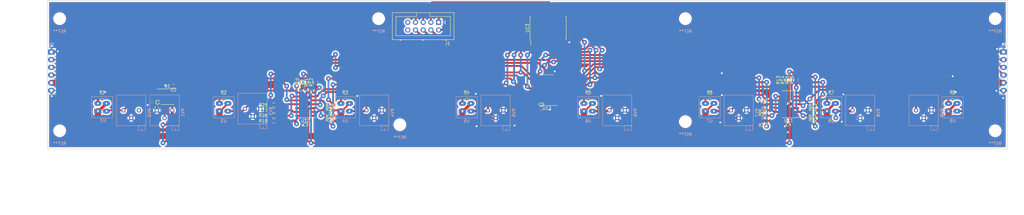
<source format=kicad_pcb>
(kicad_pcb (version 20170123) (host pcbnew no-vcs-found-5e5259b~58~ubuntu16.04.1)
  (layers (0 F.Cu signal) (31 B.Cu signal) (34 B.Paste user) (35 F.Paste user) (36 B.SilkS user) (37 F.SilkS user) (38 B.Mask user) (39 F.Mask user) (44 Edge.Cuts user))
  (net 0 "")
  (net 1 "Net-(C1-Pad1)")
  (net 2 GND)
  (net 3 +5V)
  (net 4 "Net-(R2-Pad1)")
  (net 5 "Net-(R3-Pad1)")
  (net 6 "Net-(R4-Pad1)")
  (net 7 "Net-(R5-Pad1)")
  (net 8 "Net-(R6-Pad1)")
  (net 9 "Net-(R7-Pad1)")
  (net 10 "Net-(R8-Pad1)")
  (net 11 "Net-(R10-Pad1)")
  (net 12 "Net-(R11-Pad1)")
  (net 13 "Net-(R12-Pad1)")
  (net 14 "Net-(R13-Pad1)")
  (net 15 "Net-(R14-Pad1)")
  (net 16 "Net-(R15-Pad1)")
  (net 17 "Net-(R16-Pad1)")
  (net 18 "Net-(R17-Pad1)")
  (net 19 "Net-(R18-Pad1)")
  (net 20 "Net-(R19-Pad1)")
  (net 21 "Net-(R20-Pad1)")
  (net 22 "Net-(R21-Pad1)")
  (net 23 "Net-(R22-Pad1)")
  (net 24 "Net-(R23-Pad1)")
  (net 25 "Net-(R24-Pad1)")
  (net 26 "Net-(RV2-Pad1)")
  (net 27 "Net-(U12-Pad7)")
  (net 28 "Net-(RV3-Pad3)")
  (net 29 "Net-(RV4-Pad3)")
  (net 30 "Net-(RV5-Pad3)")
  (net 31 "Net-(RV6-Pad3)")
  (net 32 "Net-(RV7-Pad3)")
  (net 33 "Net-(RV8-Pad3)")
  (net 34 "Net-(RV9-Pad3)")
  (net 35 "Net-(J1-Pad1)")
  (net 36 "Net-(J1-Pad2)")
  (net 37 "Net-(J1-Pad3)")
  (net 38 "Net-(J1-Pad4)")
  (net 39 "Net-(J1-Pad5)")
  (net 40 "Net-(J1-Pad6)")
  (net 41 "Net-(J1-Pad7)")
  (net 42 "Net-(J1-Pad8)")
  (net 43 /SERIAL_DATA_IN)
  (net 44 /CLOCK)
  (net 45 /~LOAD)
  (net 46 /SERIAL_DATA_OUT)
  (net 47 /V_REF)
  (net 48 "Net-(U13-Pad10)")
  (net 49 "Net-(R25-Pad2)")
  (net 50 "Net-(J1-Pad9)")
  (net 51 "Net-(J1-Pad10)")
  (net 52 "Net-(R1-Pad1)")
  (net 53 "Net-(RV2-Pad3)")
  (module Pin_Headers:Pin_Header_Straight_1x06_Pitch2.54mm (layer F.Cu) (at 33.27 88)
    (fp_text reference J2 (at 0 -2.39) (layer F.SilkS))
    (fp_text value IN)
    (pad 6 thru_hole oval (at 0 12.7) (size 2.2 1.7) (drill 1) (layers *.Cu *.Mask) (net 2 GND))
    (pad 5 thru_hole oval (at 0 10.16) (size 2.2 1.7) (drill 1) (layers *.Cu *.Mask) (net 3 +5V))
    (pad 4 thru_hole oval (at 0 7.62) (size 2.2 1.7) (drill 1) (layers *.Cu *.Mask) (net 45 /~LOAD))
    (pad 3 thru_hole oval (at 0 5.08) (size 2.2 1.7) (drill 1) (layers *.Cu *.Mask) (net 44 /CLOCK))
    (pad 2 thru_hole oval (at 0 2.54) (size 2.2 1.7) (drill 1) (layers *.Cu *.Mask) (net 43 /SERIAL_DATA_IN))
    (pad 1 thru_hole rect (at 0 0) (size 2.2 1.7) (drill 1) (layers *.Cu *.Mask) (net 2 GND))
  )
  (module Pin_Headers:Pin_Header_Straight_1x06_Pitch2.54mm (layer F.Cu) (at 346.73 88)
    (fp_text reference J3 (at 0 -2.39) (layer F.SilkS))
    (fp_text value OUT)
    (pad 1 thru_hole rect (at 0 0) (size 2.2 1.7) (drill 1) (layers *.Cu *.Mask) (net 2 GND))
    (pad 2 thru_hole oval (at 0 2.54) (size 2.2 1.7) (drill 1) (layers *.Cu *.Mask) (net 46 /SERIAL_DATA_OUT))
    (pad 3 thru_hole oval (at 0 5.08) (size 2.2 1.7) (drill 1) (layers *.Cu *.Mask) (net 44 /CLOCK))
    (pad 4 thru_hole oval (at 0 7.62) (size 2.2 1.7) (drill 1) (layers *.Cu *.Mask) (net 45 /~LOAD))
    (pad 5 thru_hole oval (at 0 10.16) (size 2.2 1.7) (drill 1) (layers *.Cu *.Mask) (net 3 +5V))
    (pad 6 thru_hole oval (at 0 12.7) (size 2.2 1.7) (drill 1) (layers *.Cu *.Mask) (net 2 GND))
  )
  (module Mounting_Holes:MountingHole_3.2mm_M3 (layer B.Cu) (at 242 77)
    (fp_text reference REF** (at 0 4.2) (layer B.SilkS) (effects (justify mirror)))
    (fp_text value MountingHole_3.2mm_M3)
    (pad 1 np_thru_hole circle (at 0 0) (size 3.2 3.2) (drill 3.2) (layers *.Cu *.Mask))
  )
  (module Mounting_Holes:MountingHole_3.2mm_M3 (layer B.Cu) (at 141 77)
    (fp_text reference REF** (at 0 4.2) (layer B.SilkS) (effects (justify mirror)))
    (fp_text value MountingHole_3.2mm_M3)
    (pad 1 np_thru_hole circle (at 0 0) (size 3.2 3.2) (drill 3.2) (layers *.Cu *.Mask))
  )
  (module Mounting_Holes:MountingHole_3.2mm_M3 (layer B.Cu) (at 242 111)
    (fp_text reference REF** (at 0 4.2) (layer B.SilkS) (effects (justify mirror)))
    (fp_text value MountingHole_3.2mm_M3)
    (pad 1 np_thru_hole circle (at 0 0) (size 3.2 3.2) (drill 3.2) (layers *.Cu *.Mask))
  )
  (module Mounting_Holes:MountingHole_3.2mm_M3 (layer B.Cu) (at 148 112)
    (fp_text reference REF** (at 0 4.2) (layer B.SilkS) (effects (justify mirror)))
    (fp_text value MountingHole_3.2mm_M3)
    (pad 1 np_thru_hole circle (at 0 0) (size 3.2 3.2) (drill 3.2) (layers *.Cu *.Mask))
  )
  (module Mounting_Holes:MountingHole_3.2mm_M3 (layer B.Cu) (at 36 77)
    (fp_text reference REF** (at 0 4.2) (layer B.SilkS) (effects (justify mirror)))
    (fp_text value MountingHole_3.2mm_M3)
    (pad 1 np_thru_hole circle (at 0 0) (size 3.2 3.2) (drill 3.2) (layers *.Cu *.Mask))
  )
  (module Mounting_Holes:MountingHole_3.2mm_M3 (layer B.Cu) (at 344 114)
    (fp_text reference REF** (at 0 4.2) (layer B.SilkS) (effects (justify mirror)))
    (fp_text value MountingHole_3.2mm_M3)
    (pad 1 np_thru_hole circle (at 0 0) (size 3.2 3.2) (drill 3.2) (layers *.Cu *.Mask))
  )
  (module Connectors_Multicomp:Multicomp_MC9A12-1034_2x05x2.54mm_Straight (layer F.Cu) (at 160.76 78.2 180)
    (fp_text reference J1 (at -3 -7 180) (layer F.SilkS))
    (fp_text value CONN_01X10)
    (pad 1 thru_hole rect (at 0 0 180) (size 1.7 1.7) (drill 1) (layers *.Cu *.Mask) (net 35 "Net-(J1-Pad1)"))
    (pad 2 thru_hole circle (at 0 -2.54 180) (size 1.7 1.7) (drill 1) (layers *.Cu *.Mask) (net 36 "Net-(J1-Pad2)"))
    (pad 3 thru_hole circle (at 2.54 0 180) (size 1.7 1.7) (drill 1) (layers *.Cu *.Mask) (net 37 "Net-(J1-Pad3)"))
    (pad 4 thru_hole circle (at 2.54 -2.54 180) (size 1.7 1.7) (drill 1) (layers *.Cu *.Mask) (net 38 "Net-(J1-Pad4)"))
    (pad 5 thru_hole circle (at 5.08 0 180) (size 1.7 1.7) (drill 1) (layers *.Cu *.Mask) (net 39 "Net-(J1-Pad5)"))
    (pad 6 thru_hole circle (at 5.08 -2.54 180) (size 1.7 1.7) (drill 1) (layers *.Cu *.Mask) (net 40 "Net-(J1-Pad6)"))
    (pad 7 thru_hole circle (at 7.62 0 180) (size 1.7 1.7) (drill 1) (layers *.Cu *.Mask) (net 41 "Net-(J1-Pad7)"))
    (pad 8 thru_hole circle (at 7.62 -2.54 180) (size 1.7 1.7) (drill 1) (layers *.Cu *.Mask) (net 42 "Net-(J1-Pad8)"))
    (pad 9 thru_hole circle (at 10.16 0 180) (size 1.7 1.7) (drill 1) (layers *.Cu *.Mask) (net 50 "Net-(J1-Pad9)"))
    (pad 10 thru_hole circle (at 10.16 -2.54 180) (size 1.7 1.7) (drill 1) (layers *.Cu *.Mask) (net 51 "Net-(J1-Pad10)"))
  )
  (module Housings_SOIC:SOIC-16_3.9x9.9mm_Pitch1.27mm (layer F.Cu) (at 196.4 100.6 180)
    (fp_text reference U12 (at 0 -6 180) (layer F.SilkS))
    (fp_text value 74LS165-)
    (pad 16 smd rect (at 2.7 -4.445 180) (size 1.5 0.6) (layers F.Cu F.Paste F.Mask) (net 3 +5V))
    (pad 15 smd rect (at 2.7 -3.175 180) (size 1.5 0.6) (layers F.Cu F.Paste F.Mask) (net 2 GND))
    (pad 14 smd rect (at 2.7 -1.905 180) (size 1.5 0.6) (layers F.Cu F.Paste F.Mask) (net 21 "Net-(R20-Pad1)"))
    (pad 13 smd rect (at 2.7 -0.635 180) (size 1.5 0.6) (layers F.Cu F.Paste F.Mask) (net 20 "Net-(R19-Pad1)"))
    (pad 12 smd rect (at 2.7 0.635 180) (size 1.5 0.6) (layers F.Cu F.Paste F.Mask) (net 19 "Net-(R18-Pad1)"))
    (pad 11 smd rect (at 2.7 1.905 180) (size 1.5 0.6) (layers F.Cu F.Paste F.Mask) (net 18 "Net-(R17-Pad1)"))
    (pad 10 smd rect (at 2.7 3.175 180) (size 1.5 0.6) (layers F.Cu F.Paste F.Mask) (net 43 /SERIAL_DATA_IN))
    (pad 9 smd rect (at 2.7 4.445 180) (size 1.5 0.6) (layers F.Cu F.Paste F.Mask) (net 46 /SERIAL_DATA_OUT))
    (pad 8 smd rect (at -2.7 4.445 180) (size 1.5 0.6) (layers F.Cu F.Paste F.Mask) (net 2 GND))
    (pad 7 smd rect (at -2.7 3.175 180) (size 1.5 0.6) (layers F.Cu F.Paste F.Mask) (net 27 "Net-(U12-Pad7)"))
    (pad 6 smd rect (at -2.7 1.905 180) (size 1.5 0.6) (layers F.Cu F.Paste F.Mask) (net 25 "Net-(R24-Pad1)"))
    (pad 5 smd rect (at -2.7 0.635 180) (size 1.5 0.6) (layers F.Cu F.Paste F.Mask) (net 24 "Net-(R23-Pad1)"))
    (pad 4 smd rect (at -2.7 -0.635 180) (size 1.5 0.6) (layers F.Cu F.Paste F.Mask) (net 22 "Net-(R21-Pad1)"))
    (pad 3 smd rect (at -2.7 -1.905 180) (size 1.5 0.6) (layers F.Cu F.Paste F.Mask) (net 23 "Net-(R22-Pad1)"))
    (pad 2 smd rect (at -2.7 -3.175 180) (size 1.5 0.6) (layers F.Cu F.Paste F.Mask) (net 44 /CLOCK))
    (pad 1 smd rect (at -2.7 -4.445 180) (size 1.5 0.6) (layers F.Cu F.Paste F.Mask) (net 45 /~LOAD))
  )
  (module Potentiometers:Potentiometer_Trimmer_Bourns_3296P (layer B.Cu) (at 323 107.25 90)
    (fp_text reference RV9 (at -0.76 3.475 90) (layer B.SilkS) (effects (justify mirror)))
    (fp_text value POT)
    (pad 1 thru_hole circle (at 0 0 90) (size 1.44 1.44) (drill 0.8) (layers *.Cu *.Mask) (net 2 GND))
    (pad 2 thru_hole circle (at -2.54 -2.54 90) (size 1.44 1.44) (drill 0.8) (layers *.Cu *.Mask) (net 2 GND))
    (pad 3 thru_hole circle (at 0 -5.08 90) (size 1.44 1.44) (drill 0.8) (layers *.Cu *.Mask) (net 34 "Net-(RV9-Pad3)"))
  )
  (module Mounting_Holes:MountingHole_3.2mm_M3 (layer B.Cu) (at 36 114)
    (fp_text reference REF** (at 0 4.2) (layer B.SilkS) (effects (justify mirror)))
    (fp_text value MountingHole_3.2mm_M3)
    (pad 1 np_thru_hole circle (at 0 0) (size 3.2 3.2) (drill 3.2) (layers *.Cu *.Mask))
  )
  (module Mounting_Holes:MountingHole_3.2mm_M3 (layer B.Cu) (at 344 77)
    (fp_text reference REF** (at 0 4.2) (layer B.SilkS) (effects (justify mirror)))
    (fp_text value MountingHole_3.2mm_M3)
    (pad 1 np_thru_hole circle (at 0 0) (size 3.2 3.2) (drill 3.2) (layers *.Cu *.Mask))
  )
  (module Housings_SOIC:SOIC-14_3.9x8.7mm_Pitch1.27mm (layer F.Cu) (at 276 105.25 180)
    (fp_text reference U11 (at 0 -5.375 180) (layer F.SilkS))
    (fp_text value LM339)
    (pad 1 smd rect (at -2.7 -3.81 180) (size 1.5 0.6) (layers F.Cu F.Paste F.Mask) (net 25 "Net-(R24-Pad1)"))
    (pad 2 smd rect (at -2.7 -2.54 180) (size 1.5 0.6) (layers F.Cu F.Paste F.Mask) (net 24 "Net-(R23-Pad1)"))
    (pad 3 smd rect (at -2.7 -1.27 180) (size 1.5 0.6) (layers F.Cu F.Paste F.Mask) (net 3 +5V))
    (pad 4 smd rect (at -2.7 0 180) (size 1.5 0.6) (layers F.Cu F.Paste F.Mask) (net 33 "Net-(RV8-Pad3)"))
    (pad 5 smd rect (at -2.7 1.27 180) (size 1.5 0.6) (layers F.Cu F.Paste F.Mask) (net 16 "Net-(R15-Pad1)"))
    (pad 6 smd rect (at -2.7 2.54 180) (size 1.5 0.6) (layers F.Cu F.Paste F.Mask) (net 34 "Net-(RV9-Pad3)"))
    (pad 7 smd rect (at -2.7 3.81 180) (size 1.5 0.6) (layers F.Cu F.Paste F.Mask) (net 17 "Net-(R16-Pad1)"))
    (pad 8 smd rect (at 2.7 3.81 180) (size 1.5 0.6) (layers F.Cu F.Paste F.Mask) (net 31 "Net-(RV6-Pad3)"))
    (pad 9 smd rect (at 2.7 2.54 180) (size 1.5 0.6) (layers F.Cu F.Paste F.Mask) (net 14 "Net-(R13-Pad1)"))
    (pad 10 smd rect (at 2.7 1.27 180) (size 1.5 0.6) (layers F.Cu F.Paste F.Mask) (net 32 "Net-(RV7-Pad3)"))
    (pad 11 smd rect (at 2.7 0 180) (size 1.5 0.6) (layers F.Cu F.Paste F.Mask) (net 15 "Net-(R14-Pad1)"))
    (pad 12 smd rect (at 2.7 -1.27 180) (size 1.5 0.6) (layers F.Cu F.Paste F.Mask) (net 2 GND))
    (pad 13 smd rect (at 2.7 -2.54 180) (size 1.5 0.6) (layers F.Cu F.Paste F.Mask) (net 22 "Net-(R21-Pad1)"))
    (pad 14 smd rect (at 2.7 -3.81 180) (size 1.5 0.6) (layers F.Cu F.Paste F.Mask) (net 23 "Net-(R22-Pad1)"))
  )
  (module Potentiometers:Potentiometer_Trimmer_Bourns_3296P (layer B.Cu) (at 102.08 106.71 90)
    (fp_text reference RV3 (at -0.76 3.475 90) (layer B.SilkS) (effects (justify mirror)))
    (fp_text value POT)
    (pad 1 thru_hole circle (at 0 0 90) (size 1.44 1.44) (drill 0.8) (layers *.Cu *.Mask) (net 2 GND))
    (pad 2 thru_hole circle (at -2.54 -2.54 90) (size 1.44 1.44) (drill 0.8) (layers *.Cu *.Mask) (net 2 GND))
    (pad 3 thru_hole circle (at 0 -5.08 90) (size 1.44 1.44) (drill 0.8) (layers *.Cu *.Mask) (net 28 "Net-(RV3-Pad3)"))
  )
  (module Potentiometers:Potentiometer_Trimmer_Bourns_3296P (layer B.Cu) (at 62.08 107.25 90)
    (fp_text reference RV2 (at -0.76 3.475 90) (layer B.SilkS) (effects (justify mirror)))
    (fp_text value POT)
    (pad 1 thru_hole circle (at 0 0 90) (size 1.44 1.44) (drill 0.8) (layers *.Cu *.Mask) (net 26 "Net-(RV2-Pad1)"))
    (pad 2 thru_hole circle (at -2.54 -2.54 90) (size 1.44 1.44) (drill 0.8) (layers *.Cu *.Mask) (net 2 GND))
    (pad 3 thru_hole circle (at 0 -5.08 90) (size 1.44 1.44) (drill 0.8) (layers *.Cu *.Mask) (net 53 "Net-(RV2-Pad3)"))
  )
  (module Potentiometers:Potentiometer_Trimmer_Bourns_3296P (layer B.Cu) (at 142.08 107.25 90)
    (fp_text reference RV4 (at -0.76 3.475 90) (layer B.SilkS) (effects (justify mirror)))
    (fp_text value POT)
    (pad 1 thru_hole circle (at 0 0 90) (size 1.44 1.44) (drill 0.8) (layers *.Cu *.Mask) (net 2 GND))
    (pad 2 thru_hole circle (at -2.54 -2.54 90) (size 1.44 1.44) (drill 0.8) (layers *.Cu *.Mask) (net 2 GND))
    (pad 3 thru_hole circle (at 0 -5.08 90) (size 1.44 1.44) (drill 0.8) (layers *.Cu *.Mask) (net 29 "Net-(RV4-Pad3)"))
  )
  (module Potentiometers:Potentiometer_Trimmer_Bourns_3296P (layer B.Cu) (at 182.08 107.25 90)
    (fp_text reference RV5 (at -0.76 3.475 90) (layer B.SilkS) (effects (justify mirror)))
    (fp_text value POT)
    (pad 1 thru_hole circle (at 0 0 90) (size 1.44 1.44) (drill 0.8) (layers *.Cu *.Mask) (net 2 GND))
    (pad 2 thru_hole circle (at -2.54 -2.54 90) (size 1.44 1.44) (drill 0.8) (layers *.Cu *.Mask) (net 2 GND))
    (pad 3 thru_hole circle (at 0 -5.08 90) (size 1.44 1.44) (drill 0.8) (layers *.Cu *.Mask) (net 30 "Net-(RV5-Pad3)"))
  )
  (module Potentiometers:Potentiometer_Trimmer_Bourns_3296P (layer B.Cu) (at 222.08 107.25 90)
    (fp_text reference RV6 (at -0.76 3.475 90) (layer B.SilkS) (effects (justify mirror)))
    (fp_text value POT)
    (pad 1 thru_hole circle (at 0 0 90) (size 1.44 1.44) (drill 0.8) (layers *.Cu *.Mask) (net 2 GND))
    (pad 2 thru_hole circle (at -2.54 -2.54 90) (size 1.44 1.44) (drill 0.8) (layers *.Cu *.Mask) (net 2 GND))
    (pad 3 thru_hole circle (at 0 -5.08 90) (size 1.44 1.44) (drill 0.8) (layers *.Cu *.Mask) (net 31 "Net-(RV6-Pad3)"))
  )
  (module Potentiometers:Potentiometer_Trimmer_Bourns_3296P (layer B.Cu) (at 262.08 107.25 90)
    (fp_text reference RV7 (at -0.76 3.475 90) (layer B.SilkS) (effects (justify mirror)))
    (fp_text value POT)
    (pad 1 thru_hole circle (at 0 0 90) (size 1.44 1.44) (drill 0.8) (layers *.Cu *.Mask) (net 2 GND))
    (pad 2 thru_hole circle (at -2.54 -2.54 90) (size 1.44 1.44) (drill 0.8) (layers *.Cu *.Mask) (net 2 GND))
    (pad 3 thru_hole circle (at 0 -5.08 90) (size 1.44 1.44) (drill 0.8) (layers *.Cu *.Mask) (net 32 "Net-(RV7-Pad3)"))
  )
  (module Potentiometers:Potentiometer_Trimmer_Bourns_3296P (layer B.Cu) (at 302.08 107.25 90)
    (fp_text reference RV8 (at -0.76 3.475 90) (layer B.SilkS) (effects (justify mirror)))
    (fp_text value POT)
    (pad 1 thru_hole circle (at 0 0 90) (size 1.44 1.44) (drill 0.8) (layers *.Cu *.Mask) (net 2 GND))
    (pad 2 thru_hole circle (at -2.54 -2.54 90) (size 1.44 1.44) (drill 0.8) (layers *.Cu *.Mask) (net 2 GND))
    (pad 3 thru_hole circle (at 0 -5.08 90) (size 1.44 1.44) (drill 0.8) (layers *.Cu *.Mask) (net 33 "Net-(RV8-Pad3)"))
  )
  (module Potentiometers:Potentiometer_Trimmer_Bourns_3296P (layer B.Cu) (at 73.08 107.25 90)
    (fp_text reference RV1 (at -0.76 3.475 90) (layer B.SilkS) (effects (justify mirror)))
    (fp_text value POT)
    (pad 1 thru_hole circle (at 0 0 90) (size 1.44 1.44) (drill 0.8) (layers *.Cu *.Mask) (net 3 +5V))
    (pad 2 thru_hole circle (at -2.54 -2.54 90) (size 1.44 1.44) (drill 0.8) (layers *.Cu *.Mask) (net 1 "Net-(C1-Pad1)"))
    (pad 3 thru_hole circle (at 0 -5.08 90) (size 1.44 1.44) (drill 0.8) (layers *.Cu *.Mask) (net 2 GND))
  )
  (module smalsiukas-footpints:DIP-4_W7.62mm_LongPads (layer B.Cu) (at 130 106.25)
    (fp_text reference U4 (at 0 4.5) (layer B.SilkS) (effects (justify mirror)))
    (fp_text value CNY70)
    (pad 1 thru_hole rect (at -1.4 1.27) (size 2.4 1.6) (drill 0.6) (layers *.Cu *.Mask) (net 3 +5V))
    (pad 3 thru_hole oval (at 1.4 1.27) (size 2.4 1.6) (drill 0.6) (layers *.Cu *.Mask) (net 29 "Net-(RV4-Pad3)"))
    (pad 2 thru_hole oval (at -1.4 -1.27) (size 2.4 1.6) (drill 0.6) (layers *.Cu *.Mask) (net 5 "Net-(R3-Pad1)"))
    (pad 4 thru_hole oval (at 1.4 -1.27) (size 2.4 1.6) (drill 0.6) (layers *.Cu *.Mask) (net 3 +5V))
  )
  (module smalsiukas-footpints:DIP-4_W7.62mm_LongPads (layer B.Cu) (at 330 106.25)
    (fp_text reference U9 (at 0 4.5) (layer B.SilkS) (effects (justify mirror)))
    (fp_text value CNY70)
    (pad 1 thru_hole rect (at -1.4 1.27) (size 2.4 1.6) (drill 0.6) (layers *.Cu *.Mask) (net 3 +5V))
    (pad 3 thru_hole oval (at 1.4 1.27) (size 2.4 1.6) (drill 0.6) (layers *.Cu *.Mask) (net 34 "Net-(RV9-Pad3)"))
    (pad 2 thru_hole oval (at -1.4 -1.27) (size 2.4 1.6) (drill 0.6) (layers *.Cu *.Mask) (net 10 "Net-(R8-Pad1)"))
    (pad 4 thru_hole oval (at 1.4 -1.27) (size 2.4 1.6) (drill 0.6) (layers *.Cu *.Mask) (net 3 +5V))
  )
  (module smalsiukas-footpints:DIP-4_W7.62mm_LongPads (layer B.Cu) (at 290 106.25)
    (fp_text reference U8 (at 0 4.5) (layer B.SilkS) (effects (justify mirror)))
    (fp_text value CNY70)
    (pad 1 thru_hole rect (at -1.4 1.27) (size 2.4 1.6) (drill 0.6) (layers *.Cu *.Mask) (net 3 +5V))
    (pad 3 thru_hole oval (at 1.4 1.27) (size 2.4 1.6) (drill 0.6) (layers *.Cu *.Mask) (net 33 "Net-(RV8-Pad3)"))
    (pad 2 thru_hole oval (at -1.4 -1.27) (size 2.4 1.6) (drill 0.6) (layers *.Cu *.Mask) (net 9 "Net-(R7-Pad1)"))
    (pad 4 thru_hole oval (at 1.4 -1.27) (size 2.4 1.6) (drill 0.6) (layers *.Cu *.Mask) (net 3 +5V))
  )
  (module smalsiukas-footpints:DIP-4_W7.62mm_LongPads (layer B.Cu) (at 250 106.25)
    (fp_text reference U7 (at 0 4.5) (layer B.SilkS) (effects (justify mirror)))
    (fp_text value CNY70)
    (pad 1 thru_hole rect (at -1.4 1.27) (size 2.4 1.6) (drill 0.6) (layers *.Cu *.Mask) (net 3 +5V))
    (pad 3 thru_hole oval (at 1.4 1.27) (size 2.4 1.6) (drill 0.6) (layers *.Cu *.Mask) (net 32 "Net-(RV7-Pad3)"))
    (pad 2 thru_hole oval (at -1.4 -1.27) (size 2.4 1.6) (drill 0.6) (layers *.Cu *.Mask) (net 8 "Net-(R6-Pad1)"))
    (pad 4 thru_hole oval (at 1.4 -1.27) (size 2.4 1.6) (drill 0.6) (layers *.Cu *.Mask) (net 3 +5V))
  )
  (module smalsiukas-footpints:DIP-4_W7.62mm_LongPads (layer B.Cu) (at 210 106.25)
    (fp_text reference U6 (at 0 4.5) (layer B.SilkS) (effects (justify mirror)))
    (fp_text value CNY70)
    (pad 1 thru_hole rect (at -1.4 1.27) (size 2.4 1.6) (drill 0.6) (layers *.Cu *.Mask) (net 3 +5V))
    (pad 3 thru_hole oval (at 1.4 1.27) (size 2.4 1.6) (drill 0.6) (layers *.Cu *.Mask) (net 31 "Net-(RV6-Pad3)"))
    (pad 2 thru_hole oval (at -1.4 -1.27) (size 2.4 1.6) (drill 0.6) (layers *.Cu *.Mask) (net 7 "Net-(R5-Pad1)"))
    (pad 4 thru_hole oval (at 1.4 -1.27) (size 2.4 1.6) (drill 0.6) (layers *.Cu *.Mask) (net 3 +5V))
  )
  (module smalsiukas-footpints:DIP-4_W7.62mm_LongPads (layer B.Cu) (at 170 106.25)
    (fp_text reference U5 (at 0 4.5) (layer B.SilkS) (effects (justify mirror)))
    (fp_text value CNY70)
    (pad 1 thru_hole rect (at -1.4 1.27) (size 2.4 1.6) (drill 0.6) (layers *.Cu *.Mask) (net 3 +5V))
    (pad 3 thru_hole oval (at 1.4 1.27) (size 2.4 1.6) (drill 0.6) (layers *.Cu *.Mask) (net 30 "Net-(RV5-Pad3)"))
    (pad 2 thru_hole oval (at -1.4 -1.27) (size 2.4 1.6) (drill 0.6) (layers *.Cu *.Mask) (net 6 "Net-(R4-Pad1)"))
    (pad 4 thru_hole oval (at 1.4 -1.27) (size 2.4 1.6) (drill 0.6) (layers *.Cu *.Mask) (net 3 +5V))
  )
  (module smalsiukas-footpints:DIP-4_W7.62mm_LongPads (layer B.Cu) (at 90 106.25)
    (fp_text reference U3 (at 0 4.5) (layer B.SilkS) (effects (justify mirror)))
    (fp_text value CNY70)
    (pad 1 thru_hole rect (at -1.4 1.27) (size 2.4 1.6) (drill 0.6) (layers *.Cu *.Mask) (net 3 +5V))
    (pad 3 thru_hole oval (at 1.4 1.27) (size 2.4 1.6) (drill 0.6) (layers *.Cu *.Mask) (net 28 "Net-(RV3-Pad3)"))
    (pad 2 thru_hole oval (at -1.4 -1.27) (size 2.4 1.6) (drill 0.6) (layers *.Cu *.Mask) (net 4 "Net-(R2-Pad1)"))
    (pad 4 thru_hole oval (at 1.4 -1.27) (size 2.4 1.6) (drill 0.6) (layers *.Cu *.Mask) (net 3 +5V))
  )
  (module Housings_DIP:DIP-4_W7.62mm_LongPads (layer B.Cu) (at 50 106.25)
    (fp_text reference U2 (at 0.4 4.27) (layer B.SilkS) (effects (justify mirror)))
    (fp_text value CNY70)
    (pad 1 thru_hole rect (at -1.4 1.27) (size 2.4 1.6) (drill 0.6) (layers *.Cu *.Mask) (net 3 +5V))
    (pad 3 thru_hole oval (at 1.4 1.27) (size 2.4 1.6) (drill 0.6) (layers *.Cu *.Mask) (net 53 "Net-(RV2-Pad3)"))
    (pad 2 thru_hole oval (at -1.4 -1.27) (size 2.4 1.6) (drill 0.6) (layers *.Cu *.Mask) (net 52 "Net-(R1-Pad1)"))
    (pad 4 thru_hole oval (at 1.4 -1.27) (size 2.4 1.6) (drill 0.6) (layers *.Cu *.Mask) (net 3 +5V))
  )
  (module Capacitors_SMD:C_0603_HandSoldering (layer F.Cu) (at 67 104.5 270)
    (fp_text reference C1 (at 0 -1.25 270) (layer F.SilkS))
    (fp_text value C)
    (pad 1 smd rect (at -0.95 0 270) (size 1.2 0.75) (layers F.Cu F.Paste F.Mask) (net 1 "Net-(C1-Pad1)"))
    (pad 2 smd rect (at 0.95 0 270) (size 1.2 0.75) (layers F.Cu F.Paste F.Mask) (net 2 GND))
  )
  (module Capacitors_SMD:C_0603_HandSoldering (layer F.Cu) (at 73.5 99.25 180)
    (fp_text reference C2 (at 0 -1.25 180) (layer F.SilkS))
    (fp_text value C)
    (pad 2 smd rect (at 0.95 0 180) (size 1.2 0.75) (layers F.Cu F.Paste F.Mask) (net 2 GND))
    (pad 1 smd rect (at -0.95 0 180) (size 1.2 0.75) (layers F.Cu F.Paste F.Mask) (net 3 +5V))
  )
  (module Capacitors_SMD:C_0603_HandSoldering (layer F.Cu) (at 116.95 110.75 180)
    (fp_text reference C3 (at 0 -1.25 180) (layer F.SilkS))
    (fp_text value C)
    (pad 2 smd rect (at 0.95 0 180) (size 1.2 0.75) (layers F.Cu F.Paste F.Mask) (net 2 GND))
    (pad 1 smd rect (at -0.95 0 180) (size 1.2 0.75) (layers F.Cu F.Paste F.Mask) (net 3 +5V))
  )
  (module Capacitors_SMD:C_0603_HandSoldering (layer F.Cu) (at 275.95 110.75 180)
    (fp_text reference C4 (at 0 -1.25 180) (layer F.SilkS))
    (fp_text value C)
    (pad 1 smd rect (at -0.95 0 180) (size 1.2 0.75) (layers F.Cu F.Paste F.Mask) (net 3 +5V))
    (pad 2 smd rect (at 0.95 0 180) (size 1.2 0.75) (layers F.Cu F.Paste F.Mask) (net 2 GND))
  )
  (module Capacitors_SMD:C_0603_HandSoldering (layer F.Cu) (at 194.6 106.6)
    (fp_text reference C5 (at 0 -1.25) (layer F.SilkS))
    (fp_text value C)
    (pad 2 smd rect (at 0.95 0) (size 1.2 0.75) (layers F.Cu F.Paste F.Mask) (net 2 GND))
    (pad 1 smd rect (at -0.95 0) (size 1.2 0.75) (layers F.Cu F.Paste F.Mask) (net 3 +5V))
  )
  (module Resistors_SMD:R_0603_HandSoldering (layer F.Cu) (at 50 102.75)
    (fp_text reference R1 (at 0 -1.45) (layer F.SilkS))
    (fp_text value R)
    (pad 2 smd rect (at 1.1 0) (size 1.2 0.9) (layers F.Cu F.Paste F.Mask) (net 2 GND))
    (pad 1 smd rect (at -1.1 0) (size 1.2 0.9) (layers F.Cu F.Paste F.Mask) (net 52 "Net-(R1-Pad1)"))
  )
  (module Resistors_SMD:R_0603_HandSoldering (layer F.Cu) (at 90 102.75)
    (fp_text reference R2 (at 0 -1.45) (layer F.SilkS))
    (fp_text value R)
    (pad 1 smd rect (at -1.1 0) (size 1.2 0.9) (layers F.Cu F.Paste F.Mask) (net 4 "Net-(R2-Pad1)"))
    (pad 2 smd rect (at 1.1 0) (size 1.2 0.9) (layers F.Cu F.Paste F.Mask) (net 2 GND))
  )
  (module Resistors_SMD:R_0603_HandSoldering (layer F.Cu) (at 130 102.75)
    (fp_text reference R3 (at 0 -1.45) (layer F.SilkS))
    (fp_text value R)
    (pad 2 smd rect (at 1.1 0) (size 1.2 0.9) (layers F.Cu F.Paste F.Mask) (net 2 GND))
    (pad 1 smd rect (at -1.1 0) (size 1.2 0.9) (layers F.Cu F.Paste F.Mask) (net 5 "Net-(R3-Pad1)"))
  )
  (module Resistors_SMD:R_0603_HandSoldering (layer F.Cu) (at 170 102.75)
    (fp_text reference R4 (at 0 -1.45) (layer F.SilkS))
    (fp_text value R)
    (pad 1 smd rect (at -1.1 0) (size 1.2 0.9) (layers F.Cu F.Paste F.Mask) (net 6 "Net-(R4-Pad1)"))
    (pad 2 smd rect (at 1.1 0) (size 1.2 0.9) (layers F.Cu F.Paste F.Mask) (net 2 GND))
  )
  (module Resistors_SMD:R_0603_HandSoldering (layer F.Cu) (at 210 102.75)
    (fp_text reference R5 (at 0 -1.45) (layer F.SilkS))
    (fp_text value R)
    (pad 1 smd rect (at -1.1 0) (size 1.2 0.9) (layers F.Cu F.Paste F.Mask) (net 7 "Net-(R5-Pad1)"))
    (pad 2 smd rect (at 1.1 0) (size 1.2 0.9) (layers F.Cu F.Paste F.Mask) (net 2 GND))
  )
  (module Resistors_SMD:R_0603_HandSoldering (layer F.Cu) (at 250 102.75)
    (fp_text reference R6 (at 0 -1.45) (layer F.SilkS))
    (fp_text value R)
    (pad 2 smd rect (at 1.1 0) (size 1.2 0.9) (layers F.Cu F.Paste F.Mask) (net 2 GND))
    (pad 1 smd rect (at -1.1 0) (size 1.2 0.9) (layers F.Cu F.Paste F.Mask) (net 8 "Net-(R6-Pad1)"))
  )
  (module Resistors_SMD:R_0603_HandSoldering (layer F.Cu) (at 290 102.75)
    (fp_text reference R7 (at 0 -1.45) (layer F.SilkS))
    (fp_text value R)
    (pad 2 smd rect (at 1.1 0) (size 1.2 0.9) (layers F.Cu F.Paste F.Mask) (net 2 GND))
    (pad 1 smd rect (at -1.1 0) (size 1.2 0.9) (layers F.Cu F.Paste F.Mask) (net 9 "Net-(R7-Pad1)"))
  )
  (module Resistors_SMD:R_0603_HandSoldering (layer F.Cu) (at 330 102.75)
    (fp_text reference R8 (at 0 -1.45) (layer F.SilkS))
    (fp_text value R)
    (pad 2 smd rect (at 1.1 0) (size 1.2 0.9) (layers F.Cu F.Paste F.Mask) (net 2 GND))
    (pad 1 smd rect (at -1.1 0) (size 1.2 0.9) (layers F.Cu F.Paste F.Mask) (net 10 "Net-(R8-Pad1)"))
  )
  (module Resistors_SMD:R_0603_HandSoldering (layer F.Cu) (at 117.25 98 90)
    (fp_text reference R9 (at 0 -1.45 90) (layer F.SilkS))
    (fp_text value R)
    (pad 1 smd rect (at -1.1 0 90) (size 1.2 0.9) (layers F.Cu F.Paste F.Mask) (net 49 "Net-(R25-Pad2)"))
    (pad 2 smd rect (at 1.1 0 90) (size 1.2 0.9) (layers F.Cu F.Paste F.Mask) (net 47 /V_REF))
  )
  (module Resistors_SMD:R_0603_HandSoldering (layer F.Cu) (at 115.75 98 90)
    (fp_text reference R10 (at 0 -1.45 90) (layer F.SilkS))
    (fp_text value R)
    (pad 2 smd rect (at 1.1 0 90) (size 1.2 0.9) (layers F.Cu F.Paste F.Mask) (net 47 /V_REF))
    (pad 1 smd rect (at -1.1 0 90) (size 1.2 0.9) (layers F.Cu F.Paste F.Mask) (net 11 "Net-(R10-Pad1)"))
  )
  (module Resistors_SMD:R_0603_HandSoldering (layer F.Cu) (at 118.75 98 90)
    (fp_text reference R11 (at 0 -1.45 90) (layer F.SilkS))
    (fp_text value R)
    (pad 1 smd rect (at -1.1 0 90) (size 1.2 0.9) (layers F.Cu F.Paste F.Mask) (net 12 "Net-(R11-Pad1)"))
    (pad 2 smd rect (at 1.1 0 90) (size 1.2 0.9) (layers F.Cu F.Paste F.Mask) (net 47 /V_REF))
  )
  (module Resistors_SMD:R_0603_HandSoldering (layer F.Cu) (at 120.25 98 90)
    (fp_text reference R12 (at 0 -1.45 90) (layer F.SilkS))
    (fp_text value R)
    (pad 2 smd rect (at 1.1 0 90) (size 1.2 0.9) (layers F.Cu F.Paste F.Mask) (net 47 /V_REF))
    (pad 1 smd rect (at -1.1 0 90) (size 1.2 0.9) (layers F.Cu F.Paste F.Mask) (net 13 "Net-(R12-Pad1)"))
  )
  (module Resistors_SMD:R_0603_HandSoldering (layer F.Cu) (at 274 97.25 90)
    (fp_text reference R13 (at 0 -1.45 90) (layer F.SilkS))
    (fp_text value R)
    (pad 1 smd rect (at -1.1 0 90) (size 1.2 0.9) (layers F.Cu F.Paste F.Mask) (net 14 "Net-(R13-Pad1)"))
    (pad 2 smd rect (at 1.1 0 90) (size 1.2 0.9) (layers F.Cu F.Paste F.Mask) (net 47 /V_REF))
  )
  (module Resistors_SMD:R_0603_HandSoldering (layer F.Cu) (at 275.5 97.25 90)
    (fp_text reference R14 (at 0 -1.45 90) (layer F.SilkS))
    (fp_text value R)
    (pad 1 smd rect (at -1.1 0 90) (size 1.2 0.9) (layers F.Cu F.Paste F.Mask) (net 15 "Net-(R14-Pad1)"))
    (pad 2 smd rect (at 1.1 0 90) (size 1.2 0.9) (layers F.Cu F.Paste F.Mask) (net 47 /V_REF))
  )
  (module Resistors_SMD:R_0603_HandSoldering (layer F.Cu) (at 277 97.25 90)
    (fp_text reference R15 (at 0 -1.45 90) (layer F.SilkS))
    (fp_text value R)
    (pad 2 smd rect (at 1.1 0 90) (size 1.2 0.9) (layers F.Cu F.Paste F.Mask) (net 47 /V_REF))
    (pad 1 smd rect (at -1.1 0 90) (size 1.2 0.9) (layers F.Cu F.Paste F.Mask) (net 16 "Net-(R15-Pad1)"))
  )
  (module Resistors_SMD:R_0603_HandSoldering (layer F.Cu) (at 278.5 97.25 90)
    (fp_text reference R16 (at 0 -1.45 90) (layer F.SilkS))
    (fp_text value R)
    (pad 1 smd rect (at -1.1 0 90) (size 1.2 0.9) (layers F.Cu F.Paste F.Mask) (net 17 "Net-(R16-Pad1)"))
    (pad 2 smd rect (at 1.1 0 90) (size 1.2 0.9) (layers F.Cu F.Paste F.Mask) (net 47 /V_REF))
  )
  (module Resistors_SMD:R_0603_HandSoldering (layer F.Cu) (at 106.5 107.25 180)
    (fp_text reference R17 (at 3.5 0 180) (layer F.SilkS))
    (fp_text value R)
    (pad 1 smd rect (at -1.1 0 180) (size 1.2 0.9) (layers F.Cu F.Paste F.Mask) (net 18 "Net-(R17-Pad1)"))
    (pad 2 smd rect (at 1.1 0 180) (size 1.2 0.9) (layers F.Cu F.Paste F.Mask) (net 3 +5V))
  )
  (module Resistors_SMD:R_0603_HandSoldering (layer F.Cu) (at 106.5 110.75 180)
    (fp_text reference R18 (at 3.5 0 180) (layer F.SilkS))
    (fp_text value R)
    (pad 2 smd rect (at 1.1 0 180) (size 1.2 0.9) (layers F.Cu F.Paste F.Mask) (net 3 +5V))
    (pad 1 smd rect (at -1.1 0 180) (size 1.2 0.9) (layers F.Cu F.Paste F.Mask) (net 19 "Net-(R18-Pad1)"))
  )
  (module Resistors_SMD:R_0603_HandSoldering (layer F.Cu) (at 125 107.25)
    (fp_text reference R19 (at 0 -1.45) (layer F.SilkS))
    (fp_text value R)
    (pad 1 smd rect (at -1.1 0) (size 1.2 0.9) (layers F.Cu F.Paste F.Mask) (net 20 "Net-(R19-Pad1)"))
    (pad 2 smd rect (at 1.1 0) (size 1.2 0.9) (layers F.Cu F.Paste F.Mask) (net 3 +5V))
  )
  (module Resistors_SMD:R_0603_HandSoldering (layer F.Cu) (at 125 110.75)
    (fp_text reference R20 (at 0 -1.45) (layer F.SilkS))
    (fp_text value R)
    (pad 2 smd rect (at 1.1 0) (size 1.2 0.9) (layers F.Cu F.Paste F.Mask) (net 3 +5V))
    (pad 1 smd rect (at -1.1 0) (size 1.2 0.9) (layers F.Cu F.Paste F.Mask) (net 21 "Net-(R20-Pad1)"))
  )
  (module Resistors_SMD:R_0603_HandSoldering (layer F.Cu) (at 267.5 107.25 180)
    (fp_text reference R21 (at 0 -1.45 180) (layer F.SilkS))
    (fp_text value R)
    (pad 2 smd rect (at 1.1 0 180) (size 1.2 0.9) (layers F.Cu F.Paste F.Mask) (net 3 +5V))
    (pad 1 smd rect (at -1.1 0 180) (size 1.2 0.9) (layers F.Cu F.Paste F.Mask) (net 22 "Net-(R21-Pad1)"))
  )
  (module Resistors_SMD:R_0603_HandSoldering (layer F.Cu) (at 267.5 110.75 180)
    (fp_text reference R22 (at 0 -1.45 180) (layer F.SilkS))
    (fp_text value R)
    (pad 1 smd rect (at -1.1 0 180) (size 1.2 0.9) (layers F.Cu F.Paste F.Mask) (net 23 "Net-(R22-Pad1)"))
    (pad 2 smd rect (at 1.1 0 180) (size 1.2 0.9) (layers F.Cu F.Paste F.Mask) (net 3 +5V))
  )
  (module Resistors_SMD:R_0603_HandSoldering (layer F.Cu) (at 284 107.25)
    (fp_text reference R23 (at 0 -1.45) (layer F.SilkS))
    (fp_text value R)
    (pad 2 smd rect (at 1.1 0) (size 1.2 0.9) (layers F.Cu F.Paste F.Mask) (net 3 +5V))
    (pad 1 smd rect (at -1.1 0) (size 1.2 0.9) (layers F.Cu F.Paste F.Mask) (net 24 "Net-(R23-Pad1)"))
  )
  (module Resistors_SMD:R_0603_HandSoldering (layer F.Cu) (at 284 110.75)
    (fp_text reference R24 (at 0 -1.45) (layer F.SilkS))
    (fp_text value R)
    (pad 1 smd rect (at -1.1 0) (size 1.2 0.9) (layers F.Cu F.Paste F.Mask) (net 25 "Net-(R24-Pad1)"))
    (pad 2 smd rect (at 1.1 0) (size 1.2 0.9) (layers F.Cu F.Paste F.Mask) (net 3 +5V))
  )
  (module Housings_SOIC:SOIC-8_3.9x4.9mm_Pitch1.27mm (layer F.Cu) (at 71.5 102.75)
    (fp_text reference U1 (at 0 -3.5) (layer F.SilkS))
    (fp_text value LM358)
    (pad 8 smd rect (at 2.7 -1.905) (size 1.55 0.6) (layers F.Cu F.Paste F.Mask) (net 3 +5V))
    (pad 7 smd rect (at 2.7 -0.635) (size 1.55 0.6) (layers F.Cu F.Paste F.Mask))
    (pad 6 smd rect (at 2.7 0.635) (size 1.55 0.6) (layers F.Cu F.Paste F.Mask))
    (pad 5 smd rect (at 2.7 1.905) (size 1.55 0.6) (layers F.Cu F.Paste F.Mask))
    (pad 4 smd rect (at -2.7 1.905) (size 1.55 0.6) (layers F.Cu F.Paste F.Mask) (net 2 GND))
    (pad 3 smd rect (at -2.7 0.635) (size 1.55 0.6) (layers F.Cu F.Paste F.Mask) (net 1 "Net-(C1-Pad1)"))
    (pad 2 smd rect (at -2.7 -0.635) (size 1.55 0.6) (layers F.Cu F.Paste F.Mask) (net 47 /V_REF))
    (pad 1 smd rect (at -2.7 -1.905) (size 1.55 0.6) (layers F.Cu F.Paste F.Mask) (net 47 /V_REF))
  )
  (module Housings_SOIC:SOIC-14_3.9x8.7mm_Pitch1.27mm (layer F.Cu) (at 117 105.25 180)
    (fp_text reference U10 (at 0 -5.375 180) (layer F.SilkS))
    (fp_text value LM339)
    (pad 14 smd rect (at 2.7 -3.81 180) (size 1.5 0.6) (layers F.Cu F.Paste F.Mask) (net 19 "Net-(R18-Pad1)"))
    (pad 13 smd rect (at 2.7 -2.54 180) (size 1.5 0.6) (layers F.Cu F.Paste F.Mask) (net 18 "Net-(R17-Pad1)"))
    (pad 12 smd rect (at 2.7 -1.27 180) (size 1.5 0.6) (layers F.Cu F.Paste F.Mask) (net 2 GND))
    (pad 11 smd rect (at 2.7 0 180) (size 1.5 0.6) (layers F.Cu F.Paste F.Mask) (net 49 "Net-(R25-Pad2)"))
    (pad 10 smd rect (at 2.7 1.27 180) (size 1.5 0.6) (layers F.Cu F.Paste F.Mask) (net 53 "Net-(RV2-Pad3)"))
    (pad 9 smd rect (at 2.7 2.54 180) (size 1.5 0.6) (layers F.Cu F.Paste F.Mask) (net 11 "Net-(R10-Pad1)"))
    (pad 8 smd rect (at 2.7 3.81 180) (size 1.5 0.6) (layers F.Cu F.Paste F.Mask) (net 28 "Net-(RV3-Pad3)"))
    (pad 7 smd rect (at -2.7 3.81 180) (size 1.5 0.6) (layers F.Cu F.Paste F.Mask) (net 13 "Net-(R12-Pad1)"))
    (pad 6 smd rect (at -2.7 2.54 180) (size 1.5 0.6) (layers F.Cu F.Paste F.Mask) (net 30 "Net-(RV5-Pad3)"))
    (pad 5 smd rect (at -2.7 1.27 180) (size 1.5 0.6) (layers F.Cu F.Paste F.Mask) (net 12 "Net-(R11-Pad1)"))
    (pad 4 smd rect (at -2.7 0 180) (size 1.5 0.6) (layers F.Cu F.Paste F.Mask) (net 29 "Net-(RV4-Pad3)"))
    (pad 3 smd rect (at -2.7 -1.27 180) (size 1.5 0.6) (layers F.Cu F.Paste F.Mask) (net 3 +5V))
    (pad 2 smd rect (at -2.7 -2.54 180) (size 1.5 0.6) (layers F.Cu F.Paste F.Mask) (net 20 "Net-(R19-Pad1)"))
    (pad 1 smd rect (at -2.7 -3.81 180) (size 1.5 0.6) (layers F.Cu F.Paste F.Mask) (net 21 "Net-(R20-Pad1)"))
  )
  (module Housings_SOIC:SOIC-18W_7.5x11.6mm_Pitch1.27mm (layer F.Cu) (at 196.8 80.1 90)
    (fp_text reference U13 (at 0 -6.875 90) (layer F.SilkS))
    (fp_text value ULN2801A)
    (pad 18 smd rect (at 4.7 -5.08 90) (size 2 0.6) (layers F.Cu F.Paste F.Mask) (net 35 "Net-(J1-Pad1)"))
    (pad 17 smd rect (at 4.7 -3.81 90) (size 2 0.6) (layers F.Cu F.Paste F.Mask) (net 36 "Net-(J1-Pad2)"))
    (pad 16 smd rect (at 4.7 -2.54 90) (size 2 0.6) (layers F.Cu F.Paste F.Mask) (net 37 "Net-(J1-Pad3)"))
    (pad 15 smd rect (at 4.7 -1.27 90) (size 2 0.6) (layers F.Cu F.Paste F.Mask) (net 38 "Net-(J1-Pad4)"))
    (pad 14 smd rect (at 4.7 0 90) (size 2 0.6) (layers F.Cu F.Paste F.Mask) (net 39 "Net-(J1-Pad5)"))
    (pad 13 smd rect (at 4.7 1.27 90) (size 2 0.6) (layers F.Cu F.Paste F.Mask) (net 40 "Net-(J1-Pad6)"))
    (pad 12 smd rect (at 4.7 2.54 90) (size 2 0.6) (layers F.Cu F.Paste F.Mask) (net 41 "Net-(J1-Pad7)"))
    (pad 11 smd rect (at 4.7 3.81 90) (size 2 0.6) (layers F.Cu F.Paste F.Mask) (net 42 "Net-(J1-Pad8)"))
    (pad 10 smd rect (at 4.7 5.08 90) (size 2 0.6) (layers F.Cu F.Paste F.Mask) (net 48 "Net-(U13-Pad10)"))
    (pad 9 smd rect (at -4.7 5.08 90) (size 2 0.6) (layers F.Cu F.Paste F.Mask) (net 2 GND))
    (pad 8 smd rect (at -4.7 3.81 90) (size 2 0.6) (layers F.Cu F.Paste F.Mask) (net 25 "Net-(R24-Pad1)"))
    (pad 7 smd rect (at -4.7 2.54 90) (size 2 0.6) (layers F.Cu F.Paste F.Mask) (net 24 "Net-(R23-Pad1)"))
    (pad 6 smd rect (at -4.7 1.27 90) (size 2 0.6) (layers F.Cu F.Paste F.Mask) (net 22 "Net-(R21-Pad1)"))
    (pad 5 smd rect (at -4.7 0 90) (size 2 0.6) (layers F.Cu F.Paste F.Mask) (net 23 "Net-(R22-Pad1)"))
    (pad 4 smd rect (at -4.7 -1.27 90) (size 2 0.6) (layers F.Cu F.Paste F.Mask) (net 21 "Net-(R20-Pad1)"))
    (pad 3 smd rect (at -4.7 -2.54 90) (size 2 0.6) (layers F.Cu F.Paste F.Mask) (net 20 "Net-(R19-Pad1)"))
    (pad 2 smd rect (at -4.7 -3.81 90) (size 2 0.6) (layers F.Cu F.Paste F.Mask) (net 19 "Net-(R18-Pad1)"))
    (pad 1 smd rect (at -4.7 -5.08 90) (size 2 0.6) (layers F.Cu F.Paste F.Mask) (net 18 "Net-(R17-Pad1)"))
  )
  (module Resistors_SMD:R_0603_HandSoldering (layer F.Cu) (at 106.5 105.5)
    (fp_text reference R25 (at -3.5 0) (layer F.SilkS))
    (fp_text value R)
    (pad 2 smd rect (at 1.1 0) (size 1.2 0.9) (layers F.Cu F.Paste F.Mask) (net 49 "Net-(R25-Pad2)"))
    (pad 1 smd rect (at -1.1 0) (size 1.2 0.9) (layers F.Cu F.Paste F.Mask) (net 18 "Net-(R17-Pad1)"))
  )
  (module Resistors_SMD:R_0603_HandSoldering (layer F.Cu) (at 106.5 109)
    (fp_text reference R26 (at -3.5 0) (layer F.SilkS))
    (fp_text value R)
    (pad 1 smd rect (at -1.1 0) (size 1.2 0.9) (layers F.Cu F.Paste F.Mask) (net 19 "Net-(R18-Pad1)"))
    (pad 2 smd rect (at 1.1 0) (size 1.2 0.9) (layers F.Cu F.Paste F.Mask) (net 11 "Net-(R10-Pad1)"))
  )
  (module Resistors_SMD:R_0603_HandSoldering (layer F.Cu) (at 125 105.5 180)
    (fp_text reference R27 (at 0 -1.45 180) (layer F.SilkS))
    (fp_text value R)
    (pad 2 smd rect (at 1.1 0 180) (size 1.2 0.9) (layers F.Cu F.Paste F.Mask) (net 12 "Net-(R11-Pad1)"))
    (pad 1 smd rect (at -1.1 0 180) (size 1.2 0.9) (layers F.Cu F.Paste F.Mask) (net 20 "Net-(R19-Pad1)"))
  )
  (module Resistors_SMD:R_0603_HandSoldering (layer F.Cu) (at 125 109 180)
    (fp_text reference R28 (at 0 -1.45 180) (layer F.SilkS))
    (fp_text value R)
    (pad 1 smd rect (at -1.1 0 180) (size 1.2 0.9) (layers F.Cu F.Paste F.Mask) (net 21 "Net-(R20-Pad1)"))
    (pad 2 smd rect (at 1.1 0 180) (size 1.2 0.9) (layers F.Cu F.Paste F.Mask) (net 13 "Net-(R12-Pad1)"))
  )
  (module Resistors_SMD:R_0603_HandSoldering (layer F.Cu) (at 267.5 109)
    (fp_text reference R29 (at 0 -1.45) (layer F.SilkS))
    (fp_text value R)
    (pad 2 smd rect (at 1.1 0) (size 1.2 0.9) (layers F.Cu F.Paste F.Mask) (net 14 "Net-(R13-Pad1)"))
    (pad 1 smd rect (at -1.1 0) (size 1.2 0.9) (layers F.Cu F.Paste F.Mask) (net 23 "Net-(R22-Pad1)"))
  )
  (module Resistors_SMD:R_0603_HandSoldering (layer F.Cu) (at 267.5 105.5)
    (fp_text reference R30 (at 0 -1.45) (layer F.SilkS))
    (fp_text value R)
    (pad 1 smd rect (at -1.1 0) (size 1.2 0.9) (layers F.Cu F.Paste F.Mask) (net 22 "Net-(R21-Pad1)"))
    (pad 2 smd rect (at 1.1 0) (size 1.2 0.9) (layers F.Cu F.Paste F.Mask) (net 15 "Net-(R14-Pad1)"))
  )
  (module Resistors_SMD:R_0603_HandSoldering (layer F.Cu) (at 284 105.5 180)
    (fp_text reference R31 (at 0 -1.45 180) (layer F.SilkS))
    (fp_text value R)
    (pad 2 smd rect (at 1.1 0 180) (size 1.2 0.9) (layers F.Cu F.Paste F.Mask) (net 16 "Net-(R15-Pad1)"))
    (pad 1 smd rect (at -1.1 0 180) (size 1.2 0.9) (layers F.Cu F.Paste F.Mask) (net 24 "Net-(R23-Pad1)"))
  )
  (module Resistors_SMD:R_0603_HandSoldering (layer F.Cu) (at 284 109 180)
    (fp_text reference R32 (at 0 -1.45 180) (layer F.SilkS))
    (fp_text value R)
    (pad 1 smd rect (at -1.1 0 180) (size 1.2 0.9) (layers F.Cu F.Paste F.Mask) (net 25 "Net-(R24-Pad1)"))
    (pad 2 smd rect (at 1.1 0 180) (size 1.2 0.9) (layers F.Cu F.Paste F.Mask) (net 17 "Net-(R16-Pad1)"))
  )
  (gr_line (start 348 71) (end 32 71) (layer Edge.Cuts) (width 0.15))
  (gr_line (start 348 120) (end 348 71) (layer Edge.Cuts) (width 0.15))
  (gr_line (start 32 120) (end 348 120) (layer Edge.Cuts) (width 0.15))
  (gr_line (start 32 71) (end 32 120) (layer Edge.Cuts) (width 0.15))
  (segment (start 68.8 103.385) (end 67.165 103.385) (width 0.6) (layer F.Cu) (net 1))
  (segment (start 67.165 103.385) (end 67 103.55) (width 0.6) (layer F.Cu) (net 1))
  (segment (start 68.8 103.385) (end 70.175 103.385) (width 0.6) (layer F.Cu) (net 1))
  (segment (start 70.175 103.385) (end 70.54 103.75) (width 0.6) (layer F.Cu) (net 1))
  (segment (start 70.54 103.75) (end 70.54 108.771767) (width 0.6) (layer F.Cu) (net 1))
  (segment (start 70.54 108.771767) (end 70.54 109.79) (width 0.6) (layer F.Cu) (net 1))
  (segment (start 70.5 109.83) (end 70.54 109.79) (width 1) (layer F.Cu) (net 1))
  (segment (start 254 102.25) (end 254 95) (width 0.8) (layer B.Cu) (net 2))
  (via (at 254 95) (size 1.6) (drill 0.6) (layers F.Cu B.Cu) (net 2))
  (segment (start 331 101.25) (end 331 97) (width 0.8) (layer B.Cu) (net 2))
  (segment (start 331 97) (end 330 96) (width 0.8) (layer B.Cu) (net 2))
  (via (at 330 96) (size 1.6) (drill 0.6) (layers F.Cu B.Cu) (net 2))
  (segment (start 33.27 100.7) (end 33.27 102.47) (width 0.6) (layer B.Cu) (net 2))
  (segment (start 33.27 102.47) (end 33.4 102.6) (width 0.6) (layer B.Cu) (net 2))
  (via (at 33.4 102.6) (size 1.6) (drill 0.6) (layers F.Cu B.Cu) (net 2))
  (segment (start 33.27 88) (end 35.2 88) (width 0.6) (layer F.Cu) (net 2))
  (segment (start 35.2 88) (end 35.4 87.8) (width 0.6) (layer F.Cu) (net 2))
  (via (at 35.4 87.8) (size 1.6) (drill 0.6) (layers F.Cu B.Cu) (net 2))
  (segment (start 33.27 88) (end 33.27 86.13) (width 0.6) (layer B.Cu) (net 2))
  (segment (start 33.27 86.13) (end 33.4 86) (width 0.6) (layer B.Cu) (net 2))
  (via (at 33.4 86) (size 1.6) (drill 0.6) (layers F.Cu B.Cu) (net 2))
  (segment (start 346.73 88) (end 345.6 88) (width 0.6) (layer F.Cu) (net 2))
  (segment (start 345.6 88) (end 344.6 87) (width 0.6) (layer F.Cu) (net 2))
  (via (at 344.6 87) (size 1.6) (drill 0.6) (layers F.Cu B.Cu) (net 2))
  (segment (start 346.73 88) (end 346.73 85.53) (width 0.6) (layer B.Cu) (net 2))
  (segment (start 346.73 85.53) (end 346.6 85.4) (width 0.6) (layer B.Cu) (net 2))
  (via (at 346.6 85.4) (size 1.6) (drill 0.6) (layers F.Cu B.Cu) (net 2))
  (segment (start 346.73 100.7) (end 344.5 100.7) (width 0.6) (layer F.Cu) (net 2))
  (segment (start 344.5 100.7) (end 344.4 100.8) (width 0.6) (layer F.Cu) (net 2))
  (via (at 344.4 100.8) (size 1.6) (drill 0.6) (layers F.Cu B.Cu) (net 2))
  (segment (start 346.73 100.7) (end 346.73 103.07) (width 0.6) (layer B.Cu) (net 2))
  (segment (start 346.73 103.07) (end 346.6 103.2) (width 0.6) (layer B.Cu) (net 2))
  (via (at 346.6 103.2) (size 1.6) (drill 0.6) (layers F.Cu B.Cu) (net 2))
  (segment (start 172.3 102.75) (end 173 102.05) (width 0.6) (layer F.Cu) (net 2))
  (segment (start 171.1 102.75) (end 172.3 102.75) (width 0.6) (layer F.Cu) (net 2))
  (via (at 173 101.799994) (size 1.6) (drill 0.6) (layers F.Cu B.Cu) (net 2))
  (segment (start 173 102.05) (end 173 101.799994) (width 0.6) (layer F.Cu) (net 2))
  (segment (start 72.55 99.25) (end 71.05 99.25) (width 0.6) (layer F.Cu) (net 2))
  (segment (start 71.05 99.25) (end 70.8 99) (width 0.6) (layer F.Cu) (net 2))
  (via (at 70.8 99) (size 1.6) (drill 0.6) (layers F.Cu B.Cu) (net 2))
  (segment (start 116 110.75) (end 116 112.2) (width 0.6) (layer F.Cu) (net 2))
  (via (at 116 112.2) (size 1.6) (drill 0.6) (layers F.Cu B.Cu) (net 2))
  (segment (start 51.1 102.75) (end 51.1 101.3) (width 0.6) (layer F.Cu) (net 2))
  (segment (start 51.1 101.3) (end 51 101.2) (width 0.6) (layer F.Cu) (net 2))
  (via (at 51 101.2) (size 1.6) (drill 0.6) (layers F.Cu B.Cu) (net 2))
  (segment (start 201.88 84.8) (end 203.8 84.8) (width 0.6) (layer F.Cu) (net 2))
  (via (at 203.8 84.8) (size 1.6) (drill 0.6) (layers F.Cu B.Cu) (net 2))
  (segment (start 195.55 106.6) (end 197 106.6) (width 0.6) (layer F.Cu) (net 2))
  (segment (start 197 106.6) (end 197.4 107) (width 0.6) (layer F.Cu) (net 2))
  (via (at 197.4 107) (size 1.6) (drill 0.6) (layers F.Cu B.Cu) (net 2))
  (segment (start 193.7 103.775) (end 194.380002 103.775) (width 0.6) (layer F.Cu) (net 2))
  (segment (start 194.380002 103.775) (end 195.55 104.944998) (width 0.6) (layer F.Cu) (net 2))
  (segment (start 195.55 104.944998) (end 195.55 105.625) (width 0.6) (layer F.Cu) (net 2))
  (segment (start 195.55 105.625) (end 195.55 106.6) (width 0.6) (layer F.Cu) (net 2))
  (segment (start 199.1 96.155) (end 199.1 94.5) (width 0.6) (layer F.Cu) (net 2))
  (segment (start 199.1 94.5) (end 199 94.4) (width 0.6) (layer F.Cu) (net 2))
  (via (at 199 94.4) (size 1.6) (drill 0.6) (layers F.Cu B.Cu) (net 2))
  (segment (start 131.1 102.75) (end 133.75 102.75) (width 0.6) (layer F.Cu) (net 2))
  (segment (start 133.75 102.75) (end 134 102.5) (width 0.6) (layer F.Cu) (net 2))
  (via (at 134 102.5) (size 1.6) (drill 0.6) (layers F.Cu B.Cu) (net 2))
  (segment (start 114.3 106.52) (end 115.65 106.52) (width 0.6) (layer F.Cu) (net 2))
  (segment (start 115.65 106.52) (end 116 106.87) (width 0.6) (layer F.Cu) (net 2))
  (segment (start 116 106.87) (end 116 109.775) (width 0.6) (layer F.Cu) (net 2))
  (segment (start 116 109.775) (end 116 110.75) (width 0.6) (layer F.Cu) (net 2))
  (segment (start 273.3 106.52) (end 274.85 106.52) (width 0.8) (layer F.Cu) (net 2))
  (segment (start 274.85 106.52) (end 275 106.67) (width 0.8) (layer F.Cu) (net 2))
  (segment (start 275 106.67) (end 275 109.575) (width 0.8) (layer F.Cu) (net 2))
  (segment (start 275 109.575) (end 275 110.75) (width 0.8) (layer F.Cu) (net 2))
  (segment (start 275 110.75) (end 275 112.25) (width 0.8) (layer F.Cu) (net 2))
  (segment (start 275 112.25) (end 274.75 112.5) (width 0.8) (layer F.Cu) (net 2))
  (via (at 274.75 112.5) (size 1.6) (drill 0.6) (layers F.Cu B.Cu) (net 2))
  (segment (start 293.25 102.75) (end 294 102) (width 0.6) (layer F.Cu) (net 2))
  (segment (start 291.1 102.75) (end 293.25 102.75) (width 0.6) (layer F.Cu) (net 2))
  (via (at 294 102) (size 1.6) (drill 0.6) (layers F.Cu B.Cu) (net 2))
  (segment (start 331.1 102.75) (end 331.1 101.35) (width 0.6) (layer F.Cu) (net 2))
  (segment (start 331.1 101.35) (end 331 101.25) (width 0.6) (layer F.Cu) (net 2))
  (via (at 331 101.25) (size 1.6) (drill 0.6) (layers F.Cu B.Cu) (net 2))
  (segment (start 299.54 109.79) (end 294.71 109.79) (width 0.6) (layer B.Cu) (net 2))
  (segment (start 294.71 109.79) (end 293.5 111) (width 0.6) (layer B.Cu) (net 2))
  (via (at 293.5 111) (size 1.6) (drill 0.6) (layers F.Cu B.Cu) (net 2))
  (segment (start 259.54 109.79) (end 254.96 109.79) (width 0.6) (layer F.Cu) (net 2))
  (segment (start 254.96 109.79) (end 253.5 111.25) (width 0.6) (layer F.Cu) (net 2))
  (via (at 253.5 111.25) (size 1.6) (drill 0.6) (layers F.Cu B.Cu) (net 2))
  (segment (start 253.5 102.75) (end 254 102.25) (width 0.6) (layer F.Cu) (net 2))
  (segment (start 251.1 102.75) (end 253.5 102.75) (width 0.6) (layer F.Cu) (net 2))
  (via (at 254 102.25) (size 1.6) (drill 0.6) (layers F.Cu B.Cu) (net 2))
  (segment (start 179.54 109.79) (end 183.29 109.79) (width 0.6) (layer B.Cu) (net 2))
  (segment (start 183.29 109.79) (end 185.75 112.25) (width 0.6) (layer B.Cu) (net 2))
  (via (at 185.75 112.25) (size 1.6) (drill 0.6) (layers F.Cu B.Cu) (net 2))
  (segment (start 179.54 109.79) (end 175.96 109.79) (width 0.6) (layer F.Cu) (net 2))
  (segment (start 175.96 109.79) (end 173.25 112.5) (width 0.6) (layer F.Cu) (net 2))
  (via (at 173.25 112.5) (size 1.6) (drill 0.6) (layers F.Cu B.Cu) (net 2))
  (segment (start 211.1 102.75) (end 214 102.75) (width 0.6) (layer F.Cu) (net 2))
  (segment (start 214 102.75) (end 214.25 102.5) (width 0.6) (layer F.Cu) (net 2))
  (via (at 214.25 102.5) (size 1.6) (drill 0.6) (layers F.Cu B.Cu) (net 2))
  (segment (start 68 107.25) (end 68 105.455) (width 0.6) (layer F.Cu) (net 2))
  (segment (start 68 105.455) (end 68.005 105.45) (width 0.6) (layer F.Cu) (net 2))
  (segment (start 67 105.45) (end 68.005 105.45) (width 0.6) (layer F.Cu) (net 2))
  (segment (start 68.005 105.45) (end 68.8 104.655) (width 0.6) (layer F.Cu) (net 2))
  (segment (start 67 105.45) (end 65.05 105.45) (width 0.6) (layer F.Cu) (net 2))
  (segment (start 65.05 105.45) (end 65 105.5) (width 0.6) (layer F.Cu) (net 2))
  (via (at 65 105.5) (size 1.6) (drill 0.6) (layers F.Cu B.Cu) (net 2))
  (segment (start 49 115.75) (end 45.75 115.75) (width 2) (layer F.Cu) (net 3))
  (segment (start 45.75 115.75) (end 38 108) (width 2) (layer F.Cu) (net 3))
  (segment (start 38 108) (end 38 101.687919) (width 2) (layer F.Cu) (net 3))
  (segment (start 38 101.687919) (end 34.472081 98.16) (width 2) (layer F.Cu) (net 3))
  (segment (start 34.472081 98.16) (end 33.27 98.16) (width 2) (layer F.Cu) (net 3))
  (segment (start 73 115.75) (end 49 115.75) (width 2) (layer F.Cu) (net 3))
  (segment (start 49 115.75) (end 48.6 115.35) (width 2) (layer F.Cu) (net 3))
  (segment (start 48.6 115.35) (end 48.6 107.52) (width 2) (layer F.Cu) (net 3))
  (segment (start 193.65 106.6) (end 193.65 115.4) (width 0.6) (layer F.Cu) (net 3))
  (segment (start 193.65 115.4) (end 194 115.75) (width 0.6) (layer F.Cu) (net 3))
  (segment (start 193.65 106.6) (end 193.65 105.095) (width 0.6) (layer F.Cu) (net 3))
  (segment (start 193.65 105.095) (end 193.7 105.045) (width 0.6) (layer F.Cu) (net 3))
  (segment (start 288.5 115.75) (end 328.5 115.75) (width 2) (layer F.Cu) (net 3))
  (segment (start 328.5 115.75) (end 333.25 115.75) (width 2) (layer F.Cu) (net 3))
  (segment (start 328.6 107.52) (end 328.6 115.65) (width 2) (layer F.Cu) (net 3))
  (segment (start 328.6 115.65) (end 328.5 115.75) (width 2) (layer F.Cu) (net 3))
  (segment (start 333.25 115.75) (end 340 109) (width 2) (layer F.Cu) (net 3))
  (segment (start 340 109) (end 340 101) (width 2) (layer F.Cu) (net 3))
  (segment (start 342.84 98.16) (end 346.73 98.16) (width 2) (layer F.Cu) (net 3))
  (segment (start 340 101) (end 342.84 98.16) (width 2) (layer F.Cu) (net 3))
  (segment (start 105.4 110.75) (end 105.4 115.650046) (width 0.6) (layer F.Cu) (net 3))
  (segment (start 105.4 115.650046) (end 105.5 115.750046) (width 0.6) (layer F.Cu) (net 3))
  (segment (start 105.4 107.25) (end 105.25 107.25) (width 0.6) (layer F.Cu) (net 3))
  (segment (start 105.25 107.25) (end 104.2 108.3) (width 0.6) (layer F.Cu) (net 3))
  (segment (start 104.2 110.2) (end 104.75 110.75) (width 0.6) (layer F.Cu) (net 3))
  (segment (start 104.2 108.3) (end 104.2 110.2) (width 0.6) (layer F.Cu) (net 3))
  (segment (start 104.75 110.75) (end 105.4 110.75) (width 0.6) (layer F.Cu) (net 3))
  (segment (start 128.6 107.52) (end 128.6 110.75) (width 2) (layer F.Cu) (net 3))
  (segment (start 128.6 110.75) (end 128.6 115.65) (width 2) (layer F.Cu) (net 3))
  (segment (start 126.1 110.75) (end 128.6 110.75) (width 0.6) (layer F.Cu) (net 3))
  (segment (start 126.1 107.25) (end 128.33 107.25) (width 0.6) (layer F.Cu) (net 3))
  (segment (start 128.33 107.25) (end 128.6 107.52) (width 0.6) (layer F.Cu) (net 3))
  (segment (start 125.999953 115.749999) (end 117.75 115.749999) (width 2) (layer F.Cu) (net 3))
  (segment (start 117.9 115.599999) (end 117.75 115.749999) (width 0.6) (layer F.Cu) (net 3))
  (segment (start 117.75 115.749999) (end 116.500047 115.749999) (width 2) (layer F.Cu) (net 3))
  (segment (start 117.9 110.75) (end 117.9 115.599999) (width 0.6) (layer F.Cu) (net 3))
  (segment (start 117.9 110.75) (end 117.9 106.97) (width 0.6) (layer F.Cu) (net 3))
  (segment (start 117.9 106.97) (end 118.35 106.52) (width 0.6) (layer F.Cu) (net 3))
  (segment (start 118.35 106.52) (end 119.7 106.52) (width 0.6) (layer F.Cu) (net 3))
  (segment (start 277 115.75) (end 276.9 115.65) (width 0.8) (layer F.Cu) (net 3))
  (segment (start 276.9 115.65) (end 276.9 110.75) (width 0.8) (layer F.Cu) (net 3))
  (segment (start 278.7 106.52) (end 277.15 106.52) (width 0.8) (layer F.Cu) (net 3))
  (segment (start 276.9 106.77) (end 276.9 109.575) (width 0.8) (layer F.Cu) (net 3))
  (segment (start 277.15 106.52) (end 276.9 106.77) (width 0.8) (layer F.Cu) (net 3))
  (segment (start 276.9 109.575) (end 276.9 110.75) (width 0.8) (layer F.Cu) (net 3))
  (segment (start 285.1 107.25) (end 288.33 107.25) (width 0.6) (layer F.Cu) (net 3))
  (segment (start 288.33 107.25) (end 288.6 107.52) (width 0.6) (layer F.Cu) (net 3))
  (segment (start 288.6 107.52) (end 288.6 110.75) (width 2) (layer F.Cu) (net 3))
  (segment (start 288.6 110.75) (end 288.6 115.65) (width 2) (layer F.Cu) (net 3))
  (segment (start 285.1 110.75) (end 288.6 110.75) (width 0.6) (layer F.Cu) (net 3))
  (segment (start 266.4 110.75) (end 266.25 110.75) (width 0.6) (layer F.Cu) (net 3))
  (segment (start 266.25 110.75) (end 265.2 109.7) (width 0.6) (layer F.Cu) (net 3))
  (segment (start 265.2 109.7) (end 265.2 108.3) (width 0.6) (layer F.Cu) (net 3))
  (segment (start 265.2 108.3) (end 266.25 107.25) (width 0.6) (layer F.Cu) (net 3))
  (segment (start 266.25 107.25) (end 266.4 107.25) (width 0.6) (layer F.Cu) (net 3))
  (segment (start 266.4 113.75) (end 266.4 110.75) (width 0.6) (layer F.Cu) (net 3))
  (segment (start 277 115.75) (end 266.5 115.75) (width 2) (layer F.Cu) (net 3))
  (segment (start 126 115.750046) (end 125.999953 115.749999) (width 2) (layer F.Cu) (net 3))
  (segment (start 116.500047 115.749999) (end 116.5 115.750046) (width 2) (layer F.Cu) (net 3))
  (segment (start 208.5 115.75) (end 194 115.75) (width 2) (layer F.Cu) (net 3))
  (segment (start 194 115.75) (end 168.5 115.75) (width 2) (layer F.Cu) (net 3))
  (segment (start 73.08 107.25) (end 73.08 106.231767) (width 0.6) (layer F.Cu) (net 3))
  (segment (start 72.75 105.901767) (end 72.75 101.589998) (width 0.6) (layer F.Cu) (net 3))
  (segment (start 73.08 106.231767) (end 72.75 105.901767) (width 0.6) (layer F.Cu) (net 3))
  (segment (start 72.75 101.589998) (end 73.494998 100.845) (width 0.6) (layer F.Cu) (net 3))
  (segment (start 73.494998 100.845) (end 74.2 100.845) (width 0.6) (layer F.Cu) (net 3))
  (segment (start 74.2 100.845) (end 74.2 99.5) (width 0.6) (layer F.Cu) (net 3))
  (segment (start 74.2 99.5) (end 74.45 99.25) (width 0.6) (layer F.Cu) (net 3))
  (segment (start 208.6 107.52) (end 208.86 107.52) (width 0.6) (layer F.Cu) (net 3))
  (segment (start 208.86 107.52) (end 211.4 104.98) (width 0.6) (layer F.Cu) (net 3))
  (segment (start 116.5 115.750046) (end 105.5 115.750046) (width 2) (layer F.Cu) (net 3))
  (segment (start 105.5 115.750046) (end 88.500046 115.750046) (width 2) (layer F.Cu) (net 3))
  (segment (start 128.6 107.52) (end 128.86 107.52) (width 0.6) (layer F.Cu) (net 3))
  (segment (start 128.86 107.52) (end 131.4 104.98) (width 0.6) (layer F.Cu) (net 3))
  (segment (start 88.6 107.52) (end 88.86 107.52) (width 0.6) (layer F.Cu) (net 3))
  (segment (start 88.86 107.52) (end 91.4 104.98) (width 0.6) (layer F.Cu) (net 3))
  (segment (start 128.499954 115.750046) (end 126 115.750046) (width 2) (layer F.Cu) (net 3))
  (segment (start 88.500046 115.750046) (end 88.5 115.75) (width 2) (layer F.Cu) (net 3))
  (segment (start 128.5 115.75) (end 128.499954 115.750046) (width 2) (layer F.Cu) (net 3))
  (segment (start 168.6 107.52) (end 168.86 107.52) (width 1) (layer F.Cu) (net 3))
  (segment (start 168.86 107.52) (end 171.4 104.98) (width 1) (layer F.Cu) (net 3))
  (segment (start 48.6 107.52) (end 48.86 107.52) (width 1) (layer F.Cu) (net 3))
  (segment (start 48.86 107.52) (end 51.4 104.98) (width 1) (layer F.Cu) (net 3))
  (segment (start 88.5 115.75) (end 73 115.75) (width 2) (layer F.Cu) (net 3))
  (segment (start 73.08 107.25) (end 73.08 115.67) (width 1) (layer F.Cu) (net 3))
  (segment (start 73.08 115.67) (end 73 115.75) (width 1) (layer F.Cu) (net 3))
  (segment (start 266.5 115.75) (end 249 115.75) (width 2) (layer F.Cu) (net 3))
  (segment (start 266.4 113.75) (end 266.4 115.65) (width 0.6) (layer F.Cu) (net 3))
  (segment (start 266.4 115.65) (end 266.5 115.75) (width 0.6) (layer F.Cu) (net 3))
  (segment (start 288.5 115.75) (end 285.5 115.75) (width 2) (layer F.Cu) (net 3))
  (segment (start 285.5 115.75) (end 277 115.75) (width 2) (layer F.Cu) (net 3))
  (segment (start 248.6 107.52) (end 248.86 107.52) (width 0.6) (layer F.Cu) (net 3))
  (segment (start 248.86 107.52) (end 251.4 104.98) (width 0.6) (layer F.Cu) (net 3))
  (segment (start 288.6 115.65) (end 288.5 115.75) (width 2) (layer F.Cu) (net 3))
  (segment (start 249 115.75) (end 208.5 115.75) (width 2) (layer F.Cu) (net 3))
  (segment (start 248.6 107.52) (end 248.6 115.35) (width 2) (layer F.Cu) (net 3))
  (segment (start 248.6 115.35) (end 249 115.75) (width 2) (layer F.Cu) (net 3))
  (segment (start 208.6 107.52) (end 208.6 115.65) (width 2) (layer F.Cu) (net 3))
  (segment (start 208.6 115.65) (end 208.5 115.75) (width 2) (layer F.Cu) (net 3))
  (segment (start 168.5 115.75) (end 128.5 115.75) (width 2) (layer F.Cu) (net 3))
  (segment (start 168.6 107.52) (end 168.6 115.65) (width 2) (layer F.Cu) (net 3))
  (segment (start 168.6 115.65) (end 168.5 115.75) (width 2) (layer F.Cu) (net 3))
  (segment (start 128.6 115.65) (end 128.5 115.75) (width 2) (layer F.Cu) (net 3))
  (segment (start 88.6 107.52) (end 88.6 115.65) (width 2) (layer F.Cu) (net 3))
  (segment (start 88.6 115.65) (end 88.5 115.75) (width 2) (layer F.Cu) (net 3))
  (segment (start 331.4 104.98) (end 331.14 104.98) (width 0.8) (layer F.Cu) (net 3))
  (segment (start 331.14 104.98) (end 328.6 107.52) (width 0.8) (layer F.Cu) (net 3))
  (segment (start 291.4 104.98) (end 291.14 104.98) (width 0.8) (layer F.Cu) (net 3))
  (segment (start 291.14 104.98) (end 288.6 107.52) (width 0.8) (layer F.Cu) (net 3))
  (segment (start 88.6 104.98) (end 88.6 103.05) (width 0.6) (layer F.Cu) (net 4))
  (segment (start 88.6 103.05) (end 88.9 102.75) (width 0.6) (layer F.Cu) (net 4))
  (segment (start 128.6 104.98) (end 128.6 103.05) (width 0.6) (layer F.Cu) (net 5))
  (segment (start 128.6 103.05) (end 128.9 102.75) (width 0.6) (layer F.Cu) (net 5))
  (segment (start 168.6 104.98) (end 168.6 103.05) (width 0.6) (layer F.Cu) (net 6))
  (segment (start 168.6 103.05) (end 168.9 102.75) (width 0.6) (layer F.Cu) (net 6))
  (segment (start 208.6 104.98) (end 208.6 103.05) (width 0.6) (layer F.Cu) (net 7))
  (segment (start 208.6 103.05) (end 208.9 102.75) (width 0.6) (layer F.Cu) (net 7))
  (segment (start 248.6 104.98) (end 248.6 103.05) (width 0.6) (layer F.Cu) (net 8))
  (segment (start 248.6 103.05) (end 248.9 102.75) (width 0.6) (layer F.Cu) (net 8))
  (segment (start 288.6 104.98) (end 288.6 103.05) (width 0.6) (layer F.Cu) (net 9))
  (segment (start 288.6 103.05) (end 288.9 102.75) (width 0.6) (layer F.Cu) (net 9))
  (segment (start 328.6 104.98) (end 328.6 103.05) (width 0.6) (layer F.Cu) (net 10))
  (segment (start 328.6 103.05) (end 328.9 102.75) (width 0.6) (layer F.Cu) (net 10))
  (segment (start 112.71 102.71) (end 112.5 102.5) (width 0.6) (layer F.Cu) (net 11))
  (segment (start 114.3 102.71) (end 112.71 102.71) (width 0.6) (layer F.Cu) (net 11))
  (segment (start 112.25 102.75) (end 112.5 102.5) (width 0.6) (layer B.Cu) (net 11))
  (segment (start 112.25 109) (end 112.25 102.75) (width 0.6) (layer B.Cu) (net 11))
  (via (at 112.5 102.5) (size 1.6) (drill 0.6) (layers F.Cu B.Cu) (net 11))
  (segment (start 107.6 109) (end 112.25 109) (width 0.6) (layer F.Cu) (net 11))
  (via (at 112.25 109) (size 1.6) (drill 0.6) (layers F.Cu B.Cu) (net 11))
  (segment (start 115.75 99.1) (end 115.75 102.61) (width 0.6) (layer F.Cu) (net 11))
  (segment (start 115.75 102.61) (end 115.65 102.71) (width 0.6) (layer F.Cu) (net 11))
  (segment (start 115.65 102.71) (end 114.3 102.71) (width 0.6) (layer F.Cu) (net 11))
  (segment (start 122.23 103.98) (end 123.75 105.5) (width 0.6) (layer F.Cu) (net 12))
  (segment (start 123.75 105.5) (end 123.9 105.5) (width 0.6) (layer F.Cu) (net 12))
  (segment (start 119.7 103.98) (end 122.23 103.98) (width 0.6) (layer F.Cu) (net 12))
  (segment (start 118.75 99.1) (end 118.75 100.3) (width 0.6) (layer F.Cu) (net 12))
  (segment (start 118.75 100.3) (end 118.25 100.8) (width 0.6) (layer F.Cu) (net 12))
  (segment (start 118.25 100.8) (end 118.25 103.210002) (width 0.6) (layer F.Cu) (net 12))
  (segment (start 118.25 103.210002) (end 119.019998 103.98) (width 0.6) (layer F.Cu) (net 12))
  (segment (start 119.019998 103.98) (end 119.7 103.98) (width 0.6) (layer F.Cu) (net 12))
  (segment (start 121.5 99.75) (end 120.9 99.75) (width 0.6) (layer F.Cu) (net 13))
  (segment (start 120.9 99.75) (end 120.25 99.1) (width 0.6) (layer F.Cu) (net 13))
  (segment (start 120.25 106.11863) (end 120.25 101) (width 0.6) (layer B.Cu) (net 13))
  (segment (start 120.25 101) (end 121.5 99.75) (width 0.6) (layer B.Cu) (net 13))
  (via (at 121.5 99.75) (size 1.6) (drill 0.6) (layers F.Cu B.Cu) (net 13))
  (segment (start 122 109) (end 122 107.86863) (width 0.6) (layer B.Cu) (net 13))
  (segment (start 122 107.86863) (end 120.25 106.11863) (width 0.6) (layer B.Cu) (net 13))
  (segment (start 123.9 109) (end 122 109) (width 0.6) (layer F.Cu) (net 13))
  (via (at 122 109) (size 1.6) (drill 0.6) (layers F.Cu B.Cu) (net 13))
  (segment (start 120.25 99.1) (end 120.25 100.89) (width 0.6) (layer F.Cu) (net 13))
  (segment (start 120.25 100.89) (end 119.7 101.44) (width 0.6) (layer F.Cu) (net 13))
  (segment (start 273.3 102.71) (end 271.837638 102.71) (width 0.6) (layer F.Cu) (net 14))
  (segment (start 271.837638 102.71) (end 271.707628 102.57999) (width 0.6) (layer F.Cu) (net 14))
  (segment (start 271.707628 103.71136) (end 271.707628 102.57999) (width 0.6) (layer B.Cu) (net 14))
  (segment (start 270.5 109) (end 271.707628 107.792372) (width 0.6) (layer B.Cu) (net 14))
  (segment (start 271.707628 107.792372) (end 271.707628 103.71136) (width 0.6) (layer B.Cu) (net 14))
  (via (at 271.707628 102.57999) (size 1.6) (drill 0.6) (layers F.Cu B.Cu) (net 14))
  (segment (start 274 98.35) (end 274 99.55) (width 0.6) (layer F.Cu) (net 14))
  (segment (start 274 99.55) (end 275 100.55) (width 0.6) (layer F.Cu) (net 14))
  (segment (start 275 100.55) (end 275 102) (width 0.6) (layer F.Cu) (net 14))
  (segment (start 275 102) (end 274.29 102.71) (width 0.6) (layer F.Cu) (net 14))
  (segment (start 274.29 102.71) (end 273.3 102.71) (width 0.6) (layer F.Cu) (net 14))
  (segment (start 268.6 109) (end 270.5 109) (width 0.6) (layer F.Cu) (net 14))
  (via (at 270.5 109) (size 1.6) (drill 0.6) (layers F.Cu B.Cu) (net 14))
  (segment (start 275.5 98.35) (end 275.5 99.25) (width 0.6) (layer F.Cu) (net 15))
  (segment (start 275.5 99.25) (end 275.80001 99.55001) (width 0.6) (layer F.Cu) (net 15))
  (segment (start 275.80001 99.55001) (end 275.80001 104.09999) (width 0.6) (layer F.Cu) (net 15))
  (segment (start 275.80001 104.09999) (end 274.65 105.25) (width 0.6) (layer F.Cu) (net 15))
  (segment (start 274.65 105.25) (end 273.3 105.25) (width 0.6) (layer F.Cu) (net 15))
  (segment (start 273.3 105.25) (end 268.85 105.25) (width 0.6) (layer F.Cu) (net 15))
  (segment (start 268.85 105.25) (end 268.6 105.5) (width 0.6) (layer F.Cu) (net 15))
  (segment (start 278.7 103.98) (end 281.38 103.98) (width 0.6) (layer F.Cu) (net 16))
  (segment (start 281.38 103.98) (end 282.9 105.5) (width 0.6) (layer F.Cu) (net 16))
  (segment (start 277 98.35) (end 277 103.63) (width 0.6) (layer F.Cu) (net 16))
  (segment (start 277.35 103.98) (end 278.7 103.98) (width 0.6) (layer F.Cu) (net 16))
  (segment (start 277 103.63) (end 277.35 103.98) (width 0.6) (layer F.Cu) (net 16))
  (segment (start 278.5 99.749996) (end 278.5 98.35) (width 0.6) (layer F.Cu) (net 17))
  (segment (start 279.950001 108.200001) (end 280.75 109) (width 0.6) (layer B.Cu) (net 17))
  (segment (start 282.9 109) (end 280.75 109) (width 0.6) (layer F.Cu) (net 17))
  (segment (start 278.5 99.749996) (end 278.5 106.75) (width 0.6) (layer B.Cu) (net 17))
  (segment (start 278.5 106.75) (end 279.950001 108.200001) (width 0.6) (layer B.Cu) (net 17))
  (via (at 280.75 109) (size 1.6) (drill 0.6) (layers F.Cu B.Cu) (net 17))
  (via (at 278.5 99.749996) (size 1.6) (drill 0.6) (layers F.Cu B.Cu) (net 17))
  (segment (start 278.5 98.35) (end 278.5 101.24) (width 0.6) (layer F.Cu) (net 17))
  (segment (start 278.5 101.24) (end 278.7 101.44) (width 0.6) (layer F.Cu) (net 17))
  (segment (start 278.5 98.35) (end 278.357107 98.492893) (width 0.6) (layer F.Cu) (net 17))
  (segment (start 278.7 101.44) (end 279.15 101.44) (width 0.6) (layer F.Cu) (net 17))
  (segment (start 187.8 94.75) (end 188.55 94.75) (width 0.6) (layer F.Cu) (net 18))
  (segment (start 187.8 89) (end 187.8 94.75) (width 0.6) (layer B.Cu) (net 18))
  (via (at 187.8 94.75) (size 1.6) (drill 0.6) (layers F.Cu B.Cu) (net 18))
  (segment (start 191.72 84.8) (end 190.82 84.8) (width 0.6) (layer F.Cu) (net 18))
  (segment (start 190.82 84.8) (end 187.8 87.82) (width 0.6) (layer F.Cu) (net 18))
  (segment (start 187.8 87.82) (end 187.8 89) (width 0.6) (layer F.Cu) (net 18))
  (via (at 187.8 89) (size 1.6) (drill 0.6) (layers F.Cu B.Cu) (net 18))
  (segment (start 105.5 95.25) (end 112.25 95.25) (width 0.6) (layer F.Cu) (net 18))
  (segment (start 112.25 95.25) (end 115 92.5) (width 0.6) (layer F.Cu) (net 18))
  (segment (start 115 92.5) (end 123.75 92.5) (width 0.6) (layer F.Cu) (net 18))
  (segment (start 123.75 92.5) (end 126 94.75) (width 0.6) (layer F.Cu) (net 18))
  (segment (start 126 94.75) (end 188.55 94.75) (width 0.6) (layer F.Cu) (net 18))
  (segment (start 188.55 94.75) (end 192.495 98.695) (width 0.6) (layer F.Cu) (net 18))
  (segment (start 192.495 98.695) (end 193.7 98.695) (width 0.6) (layer F.Cu) (net 18))
  (segment (start 105.5 102.25) (end 105.5 95.25) (width 0.6) (layer B.Cu) (net 18))
  (via (at 105.5 95.25) (size 1.6) (drill 0.6) (layers F.Cu B.Cu) (net 18))
  (segment (start 105.4 105.5) (end 105.4 102.35) (width 0.6) (layer F.Cu) (net 18))
  (segment (start 105.4 102.35) (end 105.5 102.25) (width 0.6) (layer F.Cu) (net 18))
  (via (at 105.5 102.25) (size 1.6) (drill 0.6) (layers F.Cu B.Cu) (net 18))
  (segment (start 105.4 105.5) (end 105.7 105.5) (width 0.6) (layer F.Cu) (net 18))
  (segment (start 105.7 105.5) (end 107.45 107.25) (width 0.6) (layer F.Cu) (net 18))
  (segment (start 107.45 107.25) (end 107.6 107.25) (width 0.6) (layer F.Cu) (net 18))
  (segment (start 114.3 107.79) (end 112.95 107.79) (width 0.6) (layer F.Cu) (net 18))
  (segment (start 112.95 107.79) (end 112.41 107.25) (width 0.6) (layer F.Cu) (net 18))
  (segment (start 112.41 107.25) (end 107.6 107.25) (width 0.6) (layer F.Cu) (net 18))
  (segment (start 190 99.4) (end 190.565 99.965) (width 0.6) (layer F.Cu) (net 19))
  (segment (start 114 99.25) (end 114 95.25) (width 0.6) (layer F.Cu) (net 19))
  (segment (start 114 95.25) (end 115.75 93.5) (width 0.6) (layer F.Cu) (net 19))
  (segment (start 115.75 93.5) (end 123.5 93.5) (width 0.6) (layer F.Cu) (net 19))
  (segment (start 123.5 93.5) (end 125.75 95.75) (width 0.6) (layer F.Cu) (net 19))
  (segment (start 125.75 95.75) (end 186.35 95.75) (width 0.6) (layer F.Cu) (net 19))
  (segment (start 186.35 95.75) (end 190.565 99.965) (width 0.6) (layer F.Cu) (net 19))
  (segment (start 190.565 99.965) (end 193.7 99.965) (width 0.6) (layer F.Cu) (net 19))
  (segment (start 190 99.4) (end 190 99.565) (width 0.6) (layer F.Cu) (net 19))
  (segment (start 190 99.565) (end 190.4 99.965) (width 0.6) (layer F.Cu) (net 19))
  (segment (start 190 89) (end 190 99.4) (width 0.6) (layer B.Cu) (net 19))
  (via (at 190 99.4) (size 1.6) (drill 0.6) (layers F.Cu B.Cu) (net 19))
  (segment (start 192.99 84.8) (end 192.99 86.01) (width 0.6) (layer F.Cu) (net 19))
  (segment (start 192.99 86.01) (end 190 89) (width 0.6) (layer F.Cu) (net 19))
  (via (at 190 89) (size 1.6) (drill 0.6) (layers F.Cu B.Cu) (net 19))
  (segment (start 114 111.75) (end 114 99.25) (width 0.6) (layer B.Cu) (net 19))
  (via (at 114 99.25) (size 1.6) (drill 0.6) (layers F.Cu B.Cu) (net 19))
  (segment (start 113.51 110.75) (end 113.51 111.26) (width 0.6) (layer F.Cu) (net 19))
  (segment (start 113.51 111.26) (end 114 111.75) (width 0.6) (layer F.Cu) (net 19))
  (via (at 114 111.75) (size 1.6) (drill 0.6) (layers F.Cu B.Cu) (net 19))
  (segment (start 105.4 109) (end 105.7 109) (width 0.6) (layer F.Cu) (net 19))
  (segment (start 105.7 109) (end 107.45 110.75) (width 0.6) (layer F.Cu) (net 19))
  (segment (start 107.45 110.75) (end 107.6 110.75) (width 0.6) (layer F.Cu) (net 19))
  (segment (start 107.6 110.75) (end 113.51 110.75) (width 0.6) (layer F.Cu) (net 19))
  (segment (start 113.51 110.75) (end 114.3 109.96) (width 0.6) (layer F.Cu) (net 19))
  (segment (start 114.3 109.96) (end 114.3 109.06) (width 0.6) (layer F.Cu) (net 19))
  (segment (start 194.26 84.8) (end 194.26 83.46) (width 0.6) (layer F.Cu) (net 20))
  (segment (start 194.26 83.46) (end 193.6 82.8) (width 0.6) (layer F.Cu) (net 20))
  (segment (start 193.6 82.8) (end 191.519998 82.8) (width 0.6) (layer F.Cu) (net 20))
  (segment (start 191.519998 82.8) (end 185.6 88.719998) (width 0.6) (layer F.Cu) (net 20))
  (segment (start 185.6 88.719998) (end 185.6 89) (width 0.6) (layer F.Cu) (net 20))
  (segment (start 184.35 96.75) (end 184.6 97) (width 0.6) (layer F.Cu) (net 20))
  (segment (start 184.6 97) (end 188.835 101.235) (width 0.6) (layer F.Cu) (net 20))
  (segment (start 185.4 97.8) (end 184.6 97) (width 0.6) (layer F.Cu) (net 20))
  (segment (start 124.5 96.75) (end 184.35 96.75) (width 0.6) (layer F.Cu) (net 20))
  (segment (start 188.835 101.235) (end 193.7 101.235) (width 0.6) (layer F.Cu) (net 20))
  (segment (start 185.6 89) (end 185.6 97.6) (width 0.6) (layer B.Cu) (net 20))
  (segment (start 185.6 97.6) (end 185.4 97.8) (width 0.6) (layer B.Cu) (net 20))
  (via (at 185.4 97.8) (size 1.6) (drill 0.6) (layers F.Cu B.Cu) (net 20))
  (via (at 185.6 89) (size 1.6) (drill 0.6) (layers F.Cu B.Cu) (net 20))
  (segment (start 124.5 97.25) (end 124.5 96.75) (width 0.6) (layer B.Cu) (net 20))
  (via (at 124.5 96.75) (size 1.6) (drill 0.6) (layers F.Cu B.Cu) (net 20))
  (segment (start 124.5 103.75) (end 124.5 97.25) (width 0.6) (layer B.Cu) (net 20))
  (segment (start 126.1 105.5) (end 126.1 105.35) (width 0.6) (layer F.Cu) (net 20))
  (segment (start 126.1 105.35) (end 124.5 103.75) (width 0.6) (layer F.Cu) (net 20))
  (via (at 124.5 103.75) (size 1.6) (drill 0.6) (layers F.Cu B.Cu) (net 20))
  (segment (start 123.9 107.25) (end 121.5 107.25) (width 0.6) (layer F.Cu) (net 20))
  (segment (start 121.5 107.25) (end 120.96 107.79) (width 0.6) (layer F.Cu) (net 20))
  (segment (start 120.96 107.79) (end 119.7 107.79) (width 0.6) (layer F.Cu) (net 20))
  (segment (start 123.9 107.25) (end 124.2 107.25) (width 0.6) (layer F.Cu) (net 20))
  (segment (start 124.2 107.25) (end 125.95 105.5) (width 0.6) (layer F.Cu) (net 20))
  (segment (start 125.95 105.5) (end 126.1 105.5) (width 0.6) (layer F.Cu) (net 20))
  (segment (start 195.53 84.8) (end 195.53 83.2) (width 0.6) (layer F.Cu) (net 21))
  (segment (start 184.199999 88.200001) (end 183.4 89) (width 0.6) (layer F.Cu) (net 21))
  (segment (start 195.53 83.2) (end 194.13 81.8) (width 0.6) (layer F.Cu) (net 21))
  (segment (start 194.13 81.8) (end 190.6 81.8) (width 0.6) (layer F.Cu) (net 21))
  (segment (start 190.6 81.8) (end 184.199999 88.200001) (width 0.6) (layer F.Cu) (net 21))
  (segment (start 183 98.2) (end 183 98.6) (width 0.6) (layer F.Cu) (net 21))
  (segment (start 183 98.6) (end 183.149998 98.749998) (width 0.6) (layer F.Cu) (net 21))
  (segment (start 126 98.749998) (end 183.149998 98.749998) (width 0.6) (layer F.Cu) (net 21))
  (segment (start 183.149998 98.749998) (end 186.905 102.505) (width 0.6) (layer F.Cu) (net 21))
  (segment (start 186.905 102.505) (end 193.7 102.505) (width 0.6) (layer F.Cu) (net 21))
  (segment (start 183.4 89) (end 183.4 97.8) (width 0.6) (layer B.Cu) (net 21))
  (segment (start 183.4 97.8) (end 183 98.2) (width 0.6) (layer B.Cu) (net 21))
  (via (at 183 98.2) (size 1.6) (drill 0.6) (layers F.Cu B.Cu) (net 21))
  (via (at 183.4 89) (size 1.6) (drill 0.6) (layers F.Cu B.Cu) (net 21))
  (via (at 126 98.749998) (size 1.6) (drill 0.6) (layers F.Cu B.Cu) (net 21))
  (segment (start 126 112.5) (end 126 98.749998) (width 0.6) (layer B.Cu) (net 21))
  (segment (start 123.9 110.75) (end 124.25 110.75) (width 0.6) (layer F.Cu) (net 21))
  (segment (start 124.25 110.75) (end 126 112.5) (width 0.6) (layer F.Cu) (net 21))
  (via (at 126 112.5) (size 1.6) (drill 0.6) (layers F.Cu B.Cu) (net 21))
  (segment (start 119.7 109.06) (end 121.39 110.75) (width 0.6) (layer F.Cu) (net 21))
  (segment (start 121.39 110.75) (end 123.9 110.75) (width 0.6) (layer F.Cu) (net 21))
  (segment (start 123.9 110.75) (end 124.2 110.75) (width 0.6) (layer F.Cu) (net 21))
  (segment (start 124.2 110.75) (end 125.95 109) (width 0.6) (layer F.Cu) (net 21))
  (segment (start 125.95 109) (end 126.1 109) (width 0.6) (layer F.Cu) (net 21))
  (segment (start 198.07 84.8) (end 198.07 86.4) (width 0.6) (layer F.Cu) (net 22))
  (segment (start 198.67 87) (end 209.124002 87) (width 0.6) (layer F.Cu) (net 22))
  (segment (start 211.800001 86.600001) (end 212.6 87.4) (width 0.6) (layer F.Cu) (net 22))
  (segment (start 211.2 86) (end 211.800001 86.600001) (width 0.6) (layer F.Cu) (net 22))
  (segment (start 198.07 86.4) (end 198.67 87) (width 0.6) (layer F.Cu) (net 22))
  (segment (start 209.124002 87) (end 210.124002 86) (width 0.6) (layer F.Cu) (net 22))
  (segment (start 210.124002 86) (end 211.2 86) (width 0.6) (layer F.Cu) (net 22))
  (segment (start 212.2 96.5) (end 212.2 87.8) (width 0.6) (layer B.Cu) (net 22))
  (segment (start 212.2 87.8) (end 212.6 87.4) (width 0.6) (layer B.Cu) (net 22))
  (segment (start 266.25 96.5) (end 212.2 96.5) (width 0.6) (layer F.Cu) (net 22))
  (segment (start 212.2 96.5) (end 210.3 96.5) (width 0.6) (layer F.Cu) (net 22))
  (via (at 212.2 96.5) (size 1.6) (drill 0.6) (layers F.Cu B.Cu) (net 22))
  (via (at 212.6 87.4) (size 1.6) (drill 0.6) (layers F.Cu B.Cu) (net 22))
  (segment (start 210.3 96.5) (end 205.565 101.235) (width 0.6) (layer F.Cu) (net 22))
  (segment (start 205.565 101.235) (end 199.1 101.235) (width 0.6) (layer F.Cu) (net 22))
  (segment (start 266.4 103.65) (end 266.25 103.5) (width 0.6) (layer F.Cu) (net 22))
  (segment (start 266.4 105.5) (end 266.4 103.65) (width 0.6) (layer F.Cu) (net 22))
  (via (at 266.25 103.5) (size 1.6) (drill 0.6) (layers F.Cu B.Cu) (net 22))
  (via (at 266.25 96.5) (size 1.6) (drill 0.6) (layers F.Cu B.Cu) (net 22))
  (segment (start 266.25 103.5) (end 266.25 96.5) (width 0.6) (layer B.Cu) (net 22))
  (segment (start 271.214004 107.79) (end 270.674004 107.25) (width 0.6) (layer F.Cu) (net 22))
  (segment (start 270.674004 107.25) (end 269.8 107.25) (width 0.6) (layer F.Cu) (net 22))
  (segment (start 273.3 107.79) (end 271.214004 107.79) (width 0.6) (layer F.Cu) (net 22))
  (segment (start 269.8 107.25) (end 268.6 107.25) (width 0.6) (layer F.Cu) (net 22))
  (segment (start 268.6 107.25) (end 268.3 107.25) (width 0.6) (layer F.Cu) (net 22))
  (segment (start 268.3 107.25) (end 266.55 105.5) (width 0.6) (layer F.Cu) (net 22))
  (segment (start 266.55 105.5) (end 266.4 105.5) (width 0.6) (layer F.Cu) (net 22))
  (segment (start 196.8 84.8) (end 196.8 86.8) (width 0.6) (layer F.Cu) (net 23))
  (segment (start 210 88) (end 210.6 87.4) (width 0.6) (layer F.Cu) (net 23))
  (segment (start 196.8 86.8) (end 198 88) (width 0.6) (layer F.Cu) (net 23))
  (segment (start 198 88) (end 210 88) (width 0.6) (layer F.Cu) (net 23))
  (segment (start 210.6 98.8) (end 210.6 98.2) (width 0.6) (layer F.Cu) (net 23))
  (segment (start 210.6 98.2) (end 210.4 98) (width 0.6) (layer F.Cu) (net 23))
  (segment (start 210.6 87.4) (end 210.6 98.8) (width 0.6) (layer B.Cu) (net 23))
  (via (at 210.6 98.8) (size 1.6) (drill 0.6) (layers F.Cu B.Cu) (net 23))
  (via (at 210.6 87.4) (size 1.6) (drill 0.6) (layers F.Cu B.Cu) (net 23))
  (segment (start 268.75 98) (end 210.4 98) (width 0.6) (layer F.Cu) (net 23))
  (segment (start 205.895 102.505) (end 199.1 102.505) (width 0.6) (layer F.Cu) (net 23))
  (segment (start 210.4 98) (end 205.895 102.505) (width 0.6) (layer F.Cu) (net 23))
  (via (at 268.75 112.5) (size 1.6) (drill 0.6) (layers F.Cu B.Cu) (net 23))
  (segment (start 268.6 112.35) (end 268.75 112.5) (width 0.6) (layer F.Cu) (net 23))
  (segment (start 268.6 110.75) (end 268.6 112.35) (width 0.6) (layer F.Cu) (net 23))
  (via (at 268.75 98) (size 1.6) (drill 0.6) (layers F.Cu B.Cu) (net 23))
  (segment (start 268.75 112.5) (end 268.75 98) (width 0.6) (layer B.Cu) (net 23))
  (segment (start 268.6 110.75) (end 268.3 110.75) (width 0.6) (layer F.Cu) (net 23))
  (segment (start 266.55 109) (end 266.4 109) (width 0.6) (layer F.Cu) (net 23))
  (segment (start 268.3 110.75) (end 266.55 109) (width 0.6) (layer F.Cu) (net 23))
  (segment (start 273.3 109.06) (end 272.69 109.06) (width 0.6) (layer F.Cu) (net 23))
  (segment (start 272.69 109.06) (end 271 110.75) (width 0.6) (layer F.Cu) (net 23))
  (segment (start 271 110.75) (end 268.6 110.75) (width 0.6) (layer F.Cu) (net 23))
  (segment (start 199.34 84.8) (end 199.34 83.26) (width 0.6) (layer F.Cu) (net 24))
  (segment (start 200.6 82) (end 209.2 82) (width 0.6) (layer F.Cu) (net 24))
  (segment (start 199.34 83.26) (end 200.6 82) (width 0.6) (layer F.Cu) (net 24))
  (segment (start 209.2 82) (end 214.6 87.4) (width 0.6) (layer F.Cu) (net 24))
  (segment (start 278.5 93) (end 214.6 93) (width 0.6) (layer F.Cu) (net 24))
  (segment (start 214.6 93) (end 212.2 93) (width 0.6) (layer F.Cu) (net 24))
  (segment (start 213.8 93.6) (end 214 93.6) (width 0.6) (layer F.Cu) (net 24))
  (segment (start 214 93.6) (end 214.6 93) (width 0.6) (layer F.Cu) (net 24))
  (segment (start 214.6 87.4) (end 213.8 88.2) (width 0.6) (layer B.Cu) (net 24))
  (segment (start 213.8 88.2) (end 213.8 93.6) (width 0.6) (layer B.Cu) (net 24))
  (via (at 213.8 93.6) (size 1.6) (drill 0.6) (layers F.Cu B.Cu) (net 24))
  (via (at 214.6 87.4) (size 1.6) (drill 0.6) (layers F.Cu B.Cu) (net 24))
  (segment (start 199.34 84.8) (end 199.34 85.730002) (width 0.6) (layer F.Cu) (net 24))
  (segment (start 287.25 98) (end 283.5 98) (width 0.6) (layer F.Cu) (net 24))
  (segment (start 205.235 99.965) (end 199.1 99.965) (width 0.6) (layer F.Cu) (net 24))
  (segment (start 283.5 98) (end 278.5 93) (width 0.6) (layer F.Cu) (net 24))
  (segment (start 212.2 93) (end 205.235 99.965) (width 0.6) (layer F.Cu) (net 24))
  (via (at 287.25 102) (size 1.6) (drill 0.6) (layers F.Cu B.Cu) (net 24))
  (segment (start 285.1 104.15) (end 287.25 102) (width 0.6) (layer F.Cu) (net 24))
  (segment (start 285.1 105.5) (end 285.1 104.15) (width 0.6) (layer F.Cu) (net 24))
  (via (at 287.25 98) (size 1.6) (drill 0.6) (layers F.Cu B.Cu) (net 24))
  (segment (start 287.25 102) (end 287.25 98) (width 0.6) (layer B.Cu) (net 24))
  (segment (start 278.7 107.79) (end 279.96 107.79) (width 0.6) (layer F.Cu) (net 24))
  (segment (start 279.96 107.79) (end 280.5 107.25) (width 0.6) (layer F.Cu) (net 24))
  (segment (start 280.5 107.25) (end 282.9 107.25) (width 0.6) (layer F.Cu) (net 24))
  (segment (start 282.9 107.25) (end 283.2 107.25) (width 0.6) (layer F.Cu) (net 24))
  (segment (start 283.2 107.25) (end 284.95 105.5) (width 0.6) (layer F.Cu) (net 24))
  (segment (start 284.95 105.5) (end 285.1 105.5) (width 0.6) (layer F.Cu) (net 24))
  (segment (start 200.61 84.8) (end 200.61 83.59) (width 0.6) (layer F.Cu) (net 25))
  (segment (start 200.61 83.59) (end 201.2 83) (width 0.6) (layer F.Cu) (net 25))
  (segment (start 201.2 83) (end 207 83) (width 0.6) (layer F.Cu) (net 25))
  (segment (start 207 83) (end 208.000001 84.000001) (width 0.6) (layer F.Cu) (net 25))
  (segment (start 208.000001 84.000001) (end 208.8 84.8) (width 0.6) (layer F.Cu) (net 25))
  (segment (start 208.8 94.2) (end 208.8 84.8) (width 0.6) (layer B.Cu) (net 25))
  (via (at 208.8 84.8) (size 1.6) (drill 0.6) (layers F.Cu B.Cu) (net 25))
  (segment (start 211.75 92) (end 208.75 95) (width 0.6) (layer F.Cu) (net 25))
  (segment (start 208.8 94.2) (end 208.8 94.95) (width 0.6) (layer F.Cu) (net 25))
  (segment (start 208.75 95) (end 205.055 98.695) (width 0.6) (layer F.Cu) (net 25))
  (segment (start 208.8 94.95) (end 208.75 95) (width 0.6) (layer F.Cu) (net 25))
  (via (at 208.8 94.2) (size 1.6) (drill 0.6) (layers F.Cu B.Cu) (net 25))
  (segment (start 284.749996 96.25) (end 283.5 96.25) (width 0.6) (layer F.Cu) (net 25))
  (segment (start 283.5 96.25) (end 279.25 92) (width 0.6) (layer F.Cu) (net 25))
  (segment (start 279.25 92) (end 211.75 92) (width 0.6) (layer F.Cu) (net 25))
  (segment (start 205.055 98.695) (end 199.1 98.695) (width 0.6) (layer F.Cu) (net 25))
  (via (at 284.75 112.500002) (size 1.6) (drill 0.6) (layers F.Cu B.Cu) (net 25))
  (segment (start 283.05 110.75) (end 284.75 112.45) (width 0.6) (layer F.Cu) (net 25))
  (segment (start 284.75 112.45) (end 284.75 112.500002) (width 0.6) (layer F.Cu) (net 25))
  (via (at 284.749996 96.25) (size 1.6) (drill 0.6) (layers F.Cu B.Cu) (net 25))
  (segment (start 284.75 112.500002) (end 284.75 96.250004) (width 0.6) (layer B.Cu) (net 25))
  (segment (start 284.75 96.250004) (end 284.749996 96.25) (width 0.6) (layer B.Cu) (net 25))
  (segment (start 282.9 110.75) (end 283.05 110.75) (width 0.8) (layer F.Cu) (net 25))
  (segment (start 278.7 109.06) (end 280.39 110.75) (width 0.6) (layer F.Cu) (net 25))
  (segment (start 280.39 110.75) (end 282.9 110.75) (width 0.6) (layer F.Cu) (net 25))
  (segment (start 282.9 110.75) (end 283.2 110.75) (width 0.6) (layer F.Cu) (net 25))
  (segment (start 283.2 110.75) (end 284.95 109) (width 0.6) (layer F.Cu) (net 25))
  (segment (start 284.95 109) (end 285.1 109) (width 0.6) (layer F.Cu) (net 25))
  (segment (start 113.75 100.75) (end 102.96 100.75) (width 0.6) (layer F.Cu) (net 28))
  (segment (start 102.96 100.75) (end 97 106.71) (width 0.6) (layer F.Cu) (net 28))
  (segment (start 114.3 101.3) (end 113.75 100.75) (width 0.6) (layer F.Cu) (net 28))
  (segment (start 114.3 101.44) (end 114.3 101.3) (width 0.6) (layer F.Cu) (net 28))
  (segment (start 91.4 107.52) (end 96.19 107.52) (width 0.6) (layer F.Cu) (net 28))
  (segment (start 96.19 107.52) (end 97 106.71) (width 0.6) (layer F.Cu) (net 28))
  (segment (start 123.549999 101.700001) (end 122.75 102.5) (width 0.6) (layer F.Cu) (net 29))
  (segment (start 124.050002 101.199998) (end 123.549999 101.700001) (width 0.6) (layer F.Cu) (net 29))
  (segment (start 134.624002 101.199998) (end 124.050002 101.199998) (width 0.6) (layer F.Cu) (net 29))
  (segment (start 137 103.575996) (end 134.624002 101.199998) (width 0.6) (layer F.Cu) (net 29))
  (segment (start 137 107.25) (end 137 103.575996) (width 0.6) (layer F.Cu) (net 29))
  (segment (start 121.75 105.5) (end 121.75 103.5) (width 0.6) (layer B.Cu) (net 29))
  (segment (start 121.75 103.5) (end 122.75 102.5) (width 0.6) (layer B.Cu) (net 29))
  (via (at 122.75 102.5) (size 1.6) (drill 0.6) (layers F.Cu B.Cu) (net 29))
  (segment (start 119.7 105.25) (end 121.5 105.25) (width 0.6) (layer F.Cu) (net 29))
  (segment (start 121.5 105.25) (end 121.75 105.5) (width 0.6) (layer F.Cu) (net 29))
  (via (at 121.75 105.5) (size 1.6) (drill 0.6) (layers F.Cu B.Cu) (net 29))
  (segment (start 131.4 107.52) (end 136.73 107.52) (width 0.6) (layer F.Cu) (net 29))
  (segment (start 136.73 107.52) (end 137 107.25) (width 0.6) (layer F.Cu) (net 29))
  (segment (start 177 106.231767) (end 177 107.25) (width 0.6) (layer F.Cu) (net 30))
  (segment (start 177 103.875996) (end 177 106.231767) (width 0.6) (layer F.Cu) (net 30))
  (segment (start 173.424002 100.299998) (end 177 103.875996) (width 0.6) (layer F.Cu) (net 30))
  (segment (start 122.950002 100.299998) (end 173.424002 100.299998) (width 0.6) (layer F.Cu) (net 30))
  (segment (start 120.54 102.71) (end 122.950002 100.299998) (width 0.6) (layer F.Cu) (net 30))
  (segment (start 119.7 102.71) (end 120.54 102.71) (width 0.6) (layer F.Cu) (net 30))
  (segment (start 174 107.52) (end 174.5 107.52) (width 0.8) (layer F.Cu) (net 30))
  (segment (start 174.5 107.52) (end 176.73 107.52) (width 0.8) (layer F.Cu) (net 30))
  (segment (start 171.4 107.52) (end 174 107.52) (width 0.8) (layer F.Cu) (net 30))
  (segment (start 176.73 107.52) (end 177 107.25) (width 0.8) (layer F.Cu) (net 30))
  (segment (start 271.5 99.5) (end 224.75 99.5) (width 0.6) (layer F.Cu) (net 31))
  (segment (start 273.19 101.44) (end 272.75 101) (width 0.6) (layer F.Cu) (net 31))
  (segment (start 272.75 101) (end 272.75 100.75) (width 0.6) (layer F.Cu) (net 31))
  (segment (start 272.75 100.75) (end 271.5 99.5) (width 0.6) (layer F.Cu) (net 31))
  (segment (start 224.75 99.5) (end 217 107.25) (width 0.6) (layer F.Cu) (net 31))
  (segment (start 273.3 101.44) (end 273.19 101.44) (width 0.8) (layer F.Cu) (net 31))
  (segment (start 211.5 107.62) (end 211.4 107.52) (width 0.6) (layer F.Cu) (net 31))
  (segment (start 211.4 107.52) (end 216.73 107.52) (width 0.8) (layer F.Cu) (net 31))
  (segment (start 216.73 107.52) (end 217 107.25) (width 0.8) (layer F.Cu) (net 31))
  (segment (start 257.719999 106.530001) (end 257 107.25) (width 0.6) (layer F.Cu) (net 32))
  (segment (start 273.3 103.98) (end 268.802004 103.98) (width 0.6) (layer F.Cu) (net 32))
  (segment (start 268.802004 103.98) (end 266.922002 102.099998) (width 0.6) (layer F.Cu) (net 32))
  (segment (start 266.922002 102.099998) (end 262.150002 102.099998) (width 0.6) (layer F.Cu) (net 32))
  (segment (start 262.150002 102.099998) (end 257.719999 106.530001) (width 0.6) (layer F.Cu) (net 32))
  (segment (start 251.4 107.52) (end 256.73 107.52) (width 0.8) (layer F.Cu) (net 32))
  (segment (start 256.73 107.52) (end 257 107.25) (width 0.8) (layer F.Cu) (net 32))
  (segment (start 295.25 100.5) (end 297 102.25) (width 0.6) (layer F.Cu) (net 33))
  (segment (start 297 102.25) (end 297 107.25) (width 0.6) (layer F.Cu) (net 33))
  (segment (start 286 100.5) (end 295.25 100.5) (width 0.6) (layer F.Cu) (net 33))
  (segment (start 283 103.5) (end 286 100.5) (width 0.6) (layer F.Cu) (net 33))
  (segment (start 280.75 105.75) (end 283 103.5) (width 0.6) (layer B.Cu) (net 33))
  (via (at 283 103.5) (size 1.6) (drill 0.6) (layers F.Cu B.Cu) (net 33))
  (segment (start 278.7 105.25) (end 280.25 105.25) (width 0.6) (layer F.Cu) (net 33))
  (segment (start 280.25 105.25) (end 280.75 105.75) (width 0.6) (layer F.Cu) (net 33))
  (via (at 280.75 105.75) (size 1.6) (drill 0.6) (layers F.Cu B.Cu) (net 33))
  (segment (start 291.5 109.75) (end 291.5 107.62) (width 0.6) (layer F.Cu) (net 33))
  (segment (start 291.5 107.62) (end 291.4 107.52) (width 0.6) (layer F.Cu) (net 33))
  (segment (start 291.4 108.92) (end 291.4 109.65) (width 0.6) (layer B.Cu) (net 33))
  (segment (start 291.4 109.65) (end 291.5 109.75) (width 0.6) (layer B.Cu) (net 33))
  (via (at 291.5 109.75) (size 1.6) (drill 0.6) (layers F.Cu B.Cu) (net 33))
  (segment (start 291.4 107.52) (end 291.4 108.92) (width 0.6) (layer B.Cu) (net 33))
  (segment (start 291 107.92) (end 291.4 107.52) (width 0.6) (layer F.Cu) (net 33))
  (segment (start 291.4 107.52) (end 296.73 107.52) (width 0.8) (layer F.Cu) (net 33))
  (segment (start 296.73 107.52) (end 297 107.25) (width 0.8) (layer F.Cu) (net 33))
  (segment (start 315.5 99.5) (end 318 99.5) (width 0.6) (layer F.Cu) (net 34))
  (segment (start 318 99.5) (end 333.5 99.5) (width 0.6) (layer F.Cu) (net 34))
  (segment (start 317.92 107.25) (end 317.92 99.58) (width 0.6) (layer F.Cu) (net 34))
  (segment (start 317.92 99.58) (end 318 99.5) (width 0.6) (layer F.Cu) (net 34))
  (segment (start 333.5 99.5) (end 335 101) (width 0.6) (layer F.Cu) (net 34))
  (segment (start 335 101) (end 335 106) (width 0.6) (layer F.Cu) (net 34))
  (segment (start 335 106) (end 333.48 107.52) (width 0.6) (layer F.Cu) (net 34))
  (segment (start 333.48 107.52) (end 331.4 107.52) (width 0.6) (layer F.Cu) (net 34))
  (segment (start 278.7 102.71) (end 280.05 102.71) (width 0.6) (layer F.Cu) (net 34))
  (segment (start 280.05 102.71) (end 283.26 99.5) (width 0.6) (layer F.Cu) (net 34))
  (segment (start 283.26 99.5) (end 315.5 99.5) (width 0.6) (layer F.Cu) (net 34))
  (segment (start 278.019998 102.71) (end 278.7 102.71) (width 0.6) (layer F.Cu) (net 34))
  (segment (start 331.5 107.62) (end 331.4 107.52) (width 0.6) (layer F.Cu) (net 34))
  (segment (start 191.72 75.4) (end 162.4 75.4) (width 0.6) (layer F.Cu) (net 35))
  (segment (start 162.4 75.4) (end 160.76 77.04) (width 0.6) (layer F.Cu) (net 35))
  (segment (start 160.76 77.04) (end 160.76 78.2) (width 0.6) (layer F.Cu) (net 35))
  (segment (start 192.99 75.4) (end 192.99 77) (width 0.6) (layer F.Cu) (net 36))
  (segment (start 192.99 77) (end 192.590033 77.399967) (width 0.6) (layer F.Cu) (net 36))
  (segment (start 192.590033 77.399967) (end 165.200033 77.399967) (width 0.6) (layer F.Cu) (net 36))
  (segment (start 165.200033 77.399967) (end 161.86 80.74) (width 0.6) (layer F.Cu) (net 36))
  (segment (start 161.86 80.74) (end 160.76 80.74) (width 0.6) (layer F.Cu) (net 36))
  (segment (start 194.26 75.4) (end 194.26 74.469998) (width 0.6) (layer F.Cu) (net 37))
  (segment (start 194.26 74.469998) (end 193.390002 73.6) (width 0.6) (layer F.Cu) (net 37))
  (segment (start 193.390002 73.6) (end 161.2 73.6) (width 0.6) (layer F.Cu) (net 37))
  (segment (start 161.2 73.6) (end 158.2 76.6) (width 0.6) (layer F.Cu) (net 37))
  (segment (start 158.2 76.6) (end 158.2 78.18) (width 0.6) (layer F.Cu) (net 37))
  (segment (start 158.2 78.18) (end 158.22 78.2) (width 0.6) (layer F.Cu) (net 37))
  (segment (start 195.53 77) (end 194.13 78.4) (width 0.6) (layer F.Cu) (net 38))
  (segment (start 165.8 78.4) (end 161.6 82.6) (width 0.6) (layer F.Cu) (net 38))
  (segment (start 160.08 82.6) (end 158.22 80.74) (width 0.6) (layer F.Cu) (net 38))
  (segment (start 195.53 75.4) (end 195.53 77) (width 0.6) (layer F.Cu) (net 38))
  (segment (start 194.13 78.4) (end 165.8 78.4) (width 0.6) (layer F.Cu) (net 38))
  (segment (start 161.6 82.6) (end 160.08 82.6) (width 0.6) (layer F.Cu) (net 38))
  (segment (start 196.8 75.4) (end 196.8 73.8) (width 0.6) (layer F.Cu) (net 39))
  (segment (start 195.6 72.6) (end 160 72.6) (width 0.6) (layer F.Cu) (net 39))
  (segment (start 160 72.6) (end 155.68 76.92) (width 0.6) (layer F.Cu) (net 39))
  (segment (start 196.8 73.8) (end 195.6 72.6) (width 0.6) (layer F.Cu) (net 39))
  (segment (start 155.68 76.92) (end 155.68 78.2) (width 0.6) (layer F.Cu) (net 39))
  (segment (start 198.07 75.4) (end 198.07 77) (width 0.6) (layer F.Cu) (net 40))
  (segment (start 198.07 77) (end 195.67 79.4) (width 0.6) (layer F.Cu) (net 40))
  (segment (start 195.67 79.4) (end 166.2 79.4) (width 0.6) (layer F.Cu) (net 40))
  (segment (start 166.2 79.4) (end 162 83.6) (width 0.6) (layer F.Cu) (net 40))
  (segment (start 162 83.6) (end 158.54 83.6) (width 0.6) (layer F.Cu) (net 40))
  (segment (start 158.54 83.6) (end 156.529999 81.589999) (width 0.6) (layer F.Cu) (net 40))
  (segment (start 156.529999 81.589999) (end 155.68 80.74) (width 0.6) (layer F.Cu) (net 40))
  (segment (start 199.34 75.4) (end 199.34 73.8) (width 0.6) (layer F.Cu) (net 41))
  (segment (start 153.2 77) (end 153.2 78.14) (width 0.6) (layer F.Cu) (net 41))
  (segment (start 199.34 73.8) (end 197.14 71.6) (width 0.6) (layer F.Cu) (net 41))
  (segment (start 197.14 71.6) (end 158.6 71.6) (width 0.6) (layer F.Cu) (net 41))
  (segment (start 158.6 71.6) (end 153.2 77) (width 0.6) (layer F.Cu) (net 41))
  (segment (start 153.2 78.14) (end 153.14 78.2) (width 0.6) (layer F.Cu) (net 41))
  (segment (start 199.34 75.4) (end 199.34 74.469998) (width 0.6) (layer F.Cu) (net 41))
  (segment (start 200.61 75.4) (end 200.61 77) (width 0.6) (layer F.Cu) (net 42))
  (segment (start 200.61 77) (end 197.21 80.4) (width 0.6) (layer F.Cu) (net 42))
  (segment (start 157.2 84.8) (end 153.989999 81.589999) (width 0.6) (layer F.Cu) (net 42))
  (segment (start 197.21 80.4) (end 166.6 80.4) (width 0.6) (layer F.Cu) (net 42))
  (segment (start 153.989999 81.589999) (end 153.14 80.74) (width 0.6) (layer F.Cu) (net 42))
  (segment (start 166.6 80.4) (end 162.2 84.8) (width 0.6) (layer F.Cu) (net 42))
  (segment (start 162.2 84.8) (end 157.2 84.8) (width 0.6) (layer F.Cu) (net 42))
  (segment (start 200.61 75.4) (end 200.61 76.330002) (width 0.6) (layer F.Cu) (net 42))
  (segment (start 193.7 97.425) (end 192.825 97.425) (width 0.6) (layer F.Cu) (net 43))
  (segment (start 192.825 97.425) (end 188 92.6) (width 0.6) (layer F.Cu) (net 43))
  (segment (start 188 92.6) (end 127.4 92.6) (width 0.6) (layer F.Cu) (net 43))
  (segment (start 127.4 92.6) (end 126.8 93.2) (width 0.6) (layer F.Cu) (net 43))
  (segment (start 126.8 88.8) (end 126 89.6) (width 0.6) (layer F.Cu) (net 43))
  (segment (start 126 89.6) (end 40.2 89.6) (width 0.6) (layer F.Cu) (net 43))
  (segment (start 40.2 89.6) (end 39.26 90.54) (width 0.6) (layer F.Cu) (net 43))
  (segment (start 39.26 90.54) (end 33.27 90.54) (width 0.6) (layer F.Cu) (net 43))
  (segment (start 126.8 93.2) (end 126.8 88.8) (width 0.6) (layer B.Cu) (net 43))
  (via (at 126.8 88.8) (size 1.6) (drill 0.6) (layers F.Cu B.Cu) (net 43))
  (via (at 126.8 93.2) (size 1.6) (drill 0.6) (layers F.Cu B.Cu) (net 43))
  (segment (start 197 90.800011) (end 197 90.8) (width 0.6) (layer F.Cu) (net 44))
  (segment (start 197 90.8) (end 197.8 90) (width 0.6) (layer F.Cu) (net 44))
  (segment (start 197.8 90) (end 343 90) (width 0.6) (layer F.Cu) (net 44))
  (segment (start 343 90) (end 346.08 93.08) (width 0.6) (layer F.Cu) (net 44))
  (segment (start 346.08 93.08) (end 346.73 93.08) (width 0.6) (layer F.Cu) (net 44))
  (segment (start 37.92 93.08) (end 34.472081 93.08) (width 0.6) (layer F.Cu) (net 44))
  (segment (start 40.4 90.6) (end 37.92 93.08) (width 0.6) (layer F.Cu) (net 44))
  (segment (start 197 90.800011) (end 196.799989 90.6) (width 0.6) (layer F.Cu) (net 44))
  (segment (start 34.472081 93.08) (end 33.27 93.08) (width 0.6) (layer F.Cu) (net 44))
  (segment (start 196.799989 90.6) (end 40.4 90.6) (width 0.6) (layer F.Cu) (net 44))
  (segment (start 197 90.800011) (end 197 103.025) (width 0.6) (layer F.Cu) (net 44))
  (segment (start 197 103.025) (end 197.75 103.775) (width 0.6) (layer F.Cu) (net 44))
  (segment (start 197.75 103.775) (end 199.1 103.775) (width 0.6) (layer F.Cu) (net 44))
  (segment (start 33.35 93) (end 33.27 93.08) (width 0.6) (layer F.Cu) (net 44))
  (segment (start 346.73 95.62) (end 342.11 91) (width 0.6) (layer F.Cu) (net 45))
  (segment (start 342.11 91) (end 199 91) (width 0.6) (layer F.Cu) (net 45))
  (segment (start 198.69999 91.30001) (end 198.6 91.30001) (width 0.6) (layer F.Cu) (net 45))
  (segment (start 199 91) (end 198.69999 91.30001) (width 0.6) (layer F.Cu) (net 45))
  (segment (start 33.27 95.62) (end 36.78 95.62) (width 0.6) (layer F.Cu) (net 45))
  (segment (start 36.78 95.62) (end 40.8 91.6) (width 0.6) (layer F.Cu) (net 45))
  (segment (start 195.6 93.675996) (end 195.6 93.8) (width 0.6) (layer F.Cu) (net 45))
  (segment (start 40.8 91.6) (end 193.524004 91.6) (width 0.6) (layer F.Cu) (net 45))
  (segment (start 193.524004 91.6) (end 195.6 93.675996) (width 0.6) (layer F.Cu) (net 45))
  (segment (start 196.69999 91.30001) (end 197.46863 91.30001) (width 0.6) (layer B.Cu) (net 45))
  (segment (start 197.46863 91.30001) (end 198.6 91.30001) (width 0.6) (layer B.Cu) (net 45))
  (via (at 198.6 91.30001) (size 1.6) (drill 0.6) (layers F.Cu B.Cu) (net 45))
  (segment (start 195.6 92.4) (end 196.69999 91.30001) (width 0.6) (layer B.Cu) (net 45))
  (segment (start 195.6 93.8) (end 195.6 102.895) (width 0.6) (layer F.Cu) (net 45))
  (segment (start 195.6 102.895) (end 197.75 105.045) (width 0.6) (layer F.Cu) (net 45))
  (segment (start 197.75 105.045) (end 199.1 105.045) (width 0.6) (layer F.Cu) (net 45))
  (segment (start 195.6 92.4) (end 195.6 93.8) (width 0.6) (layer F.Cu) (net 45))
  (via (at 195.6 92.4) (size 1.6) (drill 0.6) (layers F.Cu B.Cu) (net 45))
  (segment (start 33.39 95.5) (end 33.27 95.62) (width 0.6) (layer F.Cu) (net 45))
  (segment (start 346.73 90.54) (end 345.54 90.54) (width 0.6) (layer F.Cu) (net 46))
  (segment (start 345.54 90.54) (end 344 89) (width 0.6) (layer F.Cu) (net 46))
  (segment (start 344 89) (end 197.13137 89) (width 0.6) (layer F.Cu) (net 46))
  (segment (start 197.13137 89) (end 196 89) (width 0.6) (layer F.Cu) (net 46))
  (segment (start 195.200001 89.799999) (end 196 89) (width 0.6) (layer B.Cu) (net 46))
  (segment (start 194.199998 90.800002) (end 195.200001 89.799999) (width 0.6) (layer B.Cu) (net 46))
  (segment (start 194.199998 94.4) (end 194.199998 90.800002) (width 0.6) (layer B.Cu) (net 46))
  (via (at 196 89) (size 1.6) (drill 0.6) (layers F.Cu B.Cu) (net 46))
  (segment (start 193.7 96.155) (end 193.7 94.899998) (width 0.6) (layer F.Cu) (net 46))
  (segment (start 193.7 94.899998) (end 194.199998 94.4) (width 0.6) (layer F.Cu) (net 46))
  (via (at 194.199998 94.4) (size 1.6) (drill 0.6) (layers F.Cu B.Cu) (net 46))
  (segment (start 118.75 102.25) (end 116.25 99.75) (width 0.8) (layer B.Cu) (net 47))
  (segment (start 116.25 99.75) (end 116.25 95.249998) (width 0.8) (layer B.Cu) (net 47))
  (segment (start 118.75 102.5) (end 118.75 102.25) (width 0.8) (layer B.Cu) (net 47))
  (segment (start 116.999998 95.249998) (end 116.25 95.249998) (width 0.6) (layer F.Cu) (net 47))
  (segment (start 118.5 96.75) (end 116.999998 95.249998) (width 0.6) (layer F.Cu) (net 47))
  (segment (start 120.25 96.9) (end 120.25 96.75) (width 0.6) (layer F.Cu) (net 47))
  (via (at 116.25 95.249998) (size 1.6) (drill 0.6) (layers F.Cu B.Cu) (net 47))
  (segment (start 276.249998 118.000002) (end 276.25 118) (width 0.6) (layer F.Cu) (net 47))
  (segment (start 118.75 118.000002) (end 276.249998 118.000002) (width 0.6) (layer F.Cu) (net 47))
  (segment (start 276.250006 117.999994) (end 276.25 118) (width 0.6) (layer B.Cu) (net 47))
  (segment (start 276.250006 94.5) (end 276.250006 117.999994) (width 0.6) (layer B.Cu) (net 47))
  (via (at 276.25 118) (size 1.6) (drill 0.6) (layers F.Cu B.Cu) (net 47))
  (segment (start 277 94.5) (end 276.250006 94.5) (width 0.6) (layer F.Cu) (net 47))
  (segment (start 278.5 96) (end 277 94.5) (width 0.6) (layer F.Cu) (net 47))
  (segment (start 278.5 96.15) (end 278.5 96) (width 0.6) (layer F.Cu) (net 47))
  (via (at 276.250006 94.5) (size 1.6) (drill 0.6) (layers F.Cu B.Cu) (net 47))
  (segment (start 70 118) (end 70.5 117.5) (width 0.6) (layer F.Cu) (net 47))
  (segment (start 70.5 117.5) (end 118.249998 117.5) (width 0.6) (layer F.Cu) (net 47))
  (segment (start 118.249998 117.5) (end 118.75 118.000002) (width 0.6) (layer F.Cu) (net 47))
  (segment (start 118.75 102.5) (end 118.75 118.000002) (width 0.6) (layer B.Cu) (net 47))
  (via (at 118.75 118.000002) (size 1.6) (drill 0.6) (layers F.Cu B.Cu) (net 47))
  (segment (start 70 112) (end 70 118) (width 0.6) (layer B.Cu) (net 47))
  (via (at 70 118) (size 1.6) (drill 0.6) (layers F.Cu B.Cu) (net 47))
  (segment (start 275.1 96.15) (end 274 96.15) (width 0.6) (layer F.Cu) (net 47))
  (segment (start 277 96.15) (end 275.1 96.15) (width 0.6) (layer F.Cu) (net 47))
  (segment (start 278.5 96.15) (end 277 96.15) (width 0.6) (layer F.Cu) (net 47))
  (segment (start 71.859999 111.140001) (end 71 112) (width 0.6) (layer F.Cu) (net 47))
  (segment (start 71 112) (end 70 112) (width 0.6) (layer F.Cu) (net 47))
  (via (at 70 112) (size 1.6) (drill 0.6) (layers F.Cu B.Cu) (net 47))
  (segment (start 68.8 102.115) (end 70.175 102.115) (width 0.6) (layer F.Cu) (net 47))
  (segment (start 70.175 102.115) (end 71.859999 103.799999) (width 0.6) (layer F.Cu) (net 47))
  (segment (start 71.859999 103.799999) (end 71.859999 111.140001) (width 0.6) (layer F.Cu) (net 47))
  (segment (start 68.8 102.115) (end 68.8 100.845) (width 0.6) (layer F.Cu) (net 47))
  (segment (start 118.75 96.9) (end 120.25 96.9) (width 0.6) (layer F.Cu) (net 47))
  (segment (start 117.25 96.9) (end 118.75 96.9) (width 0.6) (layer F.Cu) (net 47))
  (segment (start 115.75 96.9) (end 117.25 96.9) (width 0.6) (layer F.Cu) (net 47))
  (segment (start 114.3 105.25) (end 107.85 105.25) (width 0.6) (layer F.Cu) (net 49))
  (segment (start 107.85 105.25) (end 107.6 105.5) (width 0.6) (layer F.Cu) (net 49))
  (segment (start 117.25 99.1) (end 117.25 103.65) (width 0.6) (layer F.Cu) (net 49))
  (segment (start 117.25 103.65) (end 115.65 105.25) (width 0.6) (layer F.Cu) (net 49))
  (segment (start 115.65 105.25) (end 114.3 105.25) (width 0.6) (layer F.Cu) (net 49))
  (segment (start 114.980002 105.23) (end 114.3 105.23) (width 0.6) (layer F.Cu) (net 49))
  (segment (start 48.6 104.98) (end 48.6 103.05) (width 0.8) (layer F.Cu) (net 52))
  (segment (start 48.6 103.05) (end 48.9 102.75) (width 0.8) (layer F.Cu) (net 52))
  (segment (start 110.75 99.25) (end 108.25 96.75) (width 0.6) (layer F.Cu) (net 53))
  (segment (start 108.25 96.75) (end 67.5 96.75) (width 0.6) (layer F.Cu) (net 53))
  (segment (start 67.5 96.75) (end 57 107.25) (width 0.6) (layer F.Cu) (net 53))
  (segment (start 110.75 103.75) (end 110.75 99.25) (width 0.6) (layer B.Cu) (net 53))
  (via (at 110.75 99.25) (size 1.6) (drill 0.6) (layers F.Cu B.Cu) (net 53))
  (segment (start 114.3 103.98) (end 110.98 103.98) (width 0.6) (layer F.Cu) (net 53))
  (segment (start 110.98 103.98) (end 110.75 103.75) (width 0.6) (layer F.Cu) (net 53))
  (via (at 110.75 103.75) (size 1.6) (drill 0.6) (layers F.Cu B.Cu) (net 53))
  (segment (start 51.4 107.52) (end 51.8 107.52) (width 0.6) (layer F.Cu) (net 53))
  (segment (start 57 107.25) (end 51.67 107.25) (width 0.6) (layer F.Cu) (net 53))
  (segment (start 51.67 107.25) (end 51.4 107.52) (width 0.6) (layer F.Cu) (net 53))
  (zone (net 2) (net_name GND) (layer F.Cu) (connect_pads (clearance 0.508)) (min_thickness 0.254) (fill yes (arc_segments 16) (thermal_gap 0.508) (thermal_bridge_width 0.508))
    (polygon (pts (xy 32 71) (xy 32 120) (xy 348 120) (xy 348 71)))
  )
  (zone (net 2) (net_name GND) (layer B.Cu) (connect_pads (clearance 0.508)) (min_thickness 0.254) (fill yes (arc_segments 16) (thermal_gap 0.508) (thermal_bridge_width 0.508))
    (polygon (pts (xy 348 71) (xy 348 120) (xy 32 120) (xy 32 71)))
  )
)
</source>
